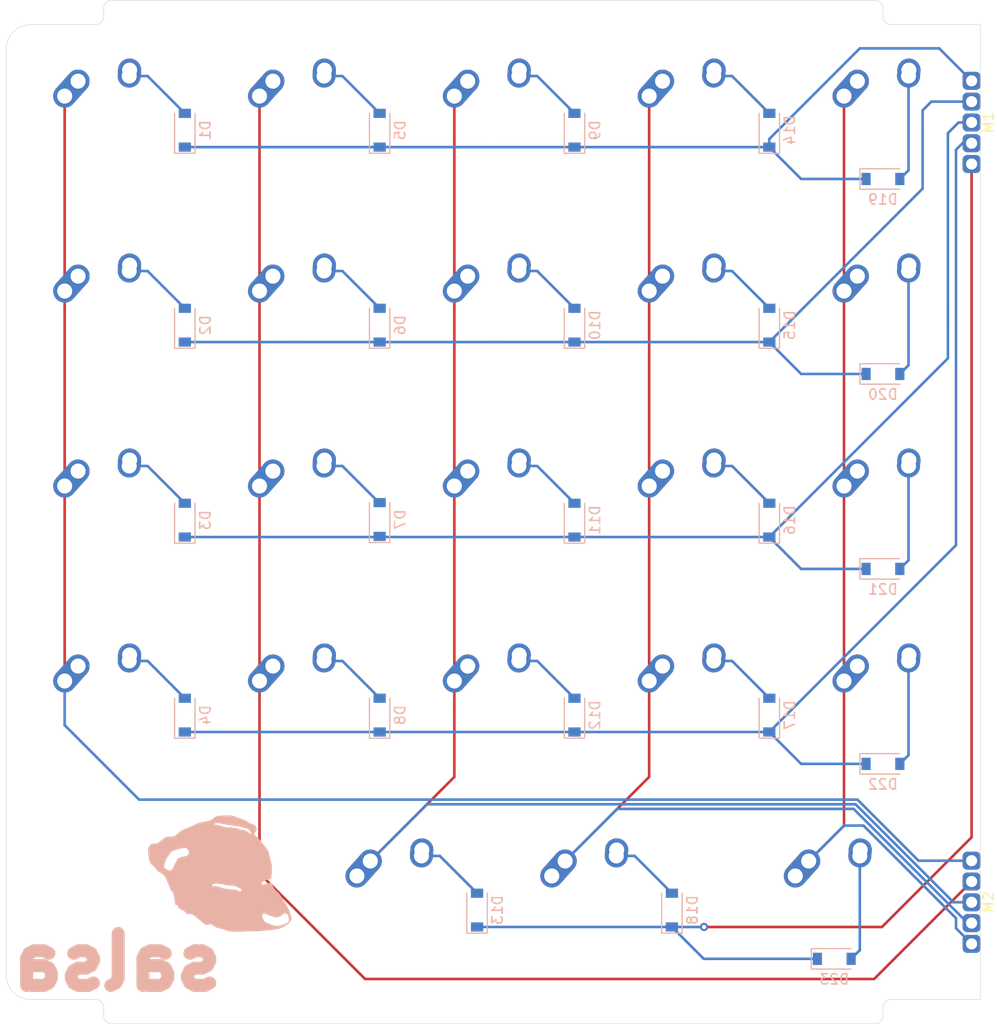
<source format=kicad_pcb>
(kicad_pcb (version 20171130) (host pcbnew "(5.1.12)-1")

  (general
    (thickness 1.6)
    (drawings 23)
    (tracks 117)
    (zones 0)
    (modules 49)
    (nets 34)
  )

  (page A4)
  (layers
    (0 F.Cu signal)
    (31 B.Cu signal)
    (32 B.Adhes user)
    (33 F.Adhes user)
    (34 B.Paste user)
    (35 F.Paste user)
    (36 B.SilkS user)
    (37 F.SilkS user)
    (38 B.Mask user)
    (39 F.Mask user)
    (40 Dwgs.User user)
    (41 Cmts.User user)
    (42 Eco1.User user)
    (43 Eco2.User user)
    (44 Edge.Cuts user)
    (45 Margin user)
    (46 B.CrtYd user)
    (47 F.CrtYd user)
    (48 B.Fab user)
    (49 F.Fab user)
  )

  (setup
    (last_trace_width 0.254)
    (trace_clearance 0.2)
    (zone_clearance 0.508)
    (zone_45_only no)
    (trace_min 0.2)
    (via_size 0.8)
    (via_drill 0.4)
    (via_min_size 0.4)
    (via_min_drill 0.3)
    (uvia_size 0.3)
    (uvia_drill 0.1)
    (uvias_allowed no)
    (uvia_min_size 0.2)
    (uvia_min_drill 0.1)
    (edge_width 0.05)
    (segment_width 0.2)
    (pcb_text_width 0.3)
    (pcb_text_size 1.5 1.5)
    (mod_edge_width 0.12)
    (mod_text_size 1 1)
    (mod_text_width 0.15)
    (pad_size 1.524 1.524)
    (pad_drill 0.762)
    (pad_to_mask_clearance 0)
    (aux_axis_origin 0 0)
    (visible_elements 7FFFFFFF)
    (pcbplotparams
      (layerselection 0x010f0_ffffffff)
      (usegerberextensions true)
      (usegerberattributes true)
      (usegerberadvancedattributes true)
      (creategerberjobfile false)
      (excludeedgelayer true)
      (linewidth 0.100000)
      (plotframeref false)
      (viasonmask false)
      (mode 1)
      (useauxorigin false)
      (hpglpennumber 1)
      (hpglpenspeed 20)
      (hpglpendiameter 15.000000)
      (psnegative false)
      (psa4output false)
      (plotreference true)
      (plotvalue true)
      (plotinvisibletext false)
      (padsonsilk false)
      (subtractmaskfromsilk true)
      (outputformat 1)
      (mirror false)
      (drillshape 0)
      (scaleselection 1)
      (outputdirectory "Gerbers/"))
  )

  (net 0 "")
  (net 1 "Net-(D1-Pad2)")
  (net 2 ROW0)
  (net 3 "Net-(D2-Pad2)")
  (net 4 ROW1)
  (net 5 "Net-(D3-Pad2)")
  (net 6 ROW2)
  (net 7 "Net-(D4-Pad2)")
  (net 8 ROW3)
  (net 9 "Net-(D5-Pad2)")
  (net 10 "Net-(D6-Pad2)")
  (net 11 "Net-(D7-Pad2)")
  (net 12 "Net-(D8-Pad2)")
  (net 13 "Net-(D9-Pad2)")
  (net 14 "Net-(D10-Pad2)")
  (net 15 "Net-(D11-Pad2)")
  (net 16 "Net-(D12-Pad2)")
  (net 17 "Net-(D13-Pad2)")
  (net 18 ROW4)
  (net 19 "Net-(D14-Pad2)")
  (net 20 "Net-(D15-Pad2)")
  (net 21 "Net-(D16-Pad2)")
  (net 22 "Net-(D17-Pad2)")
  (net 23 "Net-(D18-Pad2)")
  (net 24 "Net-(D19-Pad2)")
  (net 25 "Net-(D20-Pad2)")
  (net 26 "Net-(D21-Pad2)")
  (net 27 "Net-(D22-Pad2)")
  (net 28 "Net-(D23-Pad2)")
  (net 29 COL0)
  (net 30 COL1)
  (net 31 COL2)
  (net 32 COL3)
  (net 33 COL4)

  (net_class Default "This is the default net class."
    (clearance 0.2)
    (trace_width 0.254)
    (via_dia 0.8)
    (via_drill 0.4)
    (uvia_dia 0.3)
    (uvia_drill 0.1)
    (add_net COL0)
    (add_net COL1)
    (add_net COL2)
    (add_net COL3)
    (add_net COL4)
    (add_net "Net-(D1-Pad2)")
    (add_net "Net-(D10-Pad2)")
    (add_net "Net-(D11-Pad2)")
    (add_net "Net-(D12-Pad2)")
    (add_net "Net-(D13-Pad2)")
    (add_net "Net-(D14-Pad2)")
    (add_net "Net-(D15-Pad2)")
    (add_net "Net-(D16-Pad2)")
    (add_net "Net-(D17-Pad2)")
    (add_net "Net-(D18-Pad2)")
    (add_net "Net-(D19-Pad2)")
    (add_net "Net-(D2-Pad2)")
    (add_net "Net-(D20-Pad2)")
    (add_net "Net-(D21-Pad2)")
    (add_net "Net-(D22-Pad2)")
    (add_net "Net-(D23-Pad2)")
    (add_net "Net-(D3-Pad2)")
    (add_net "Net-(D4-Pad2)")
    (add_net "Net-(D5-Pad2)")
    (add_net "Net-(D6-Pad2)")
    (add_net "Net-(D7-Pad2)")
    (add_net "Net-(D8-Pad2)")
    (add_net "Net-(D9-Pad2)")
    (add_net ROW0)
    (add_net ROW1)
    (add_net ROW2)
    (add_net ROW3)
    (add_net ROW4)
  )

  (net_class Power ""
    (clearance 0.2)
    (trace_width 0.381)
    (via_dia 0.8)
    (via_drill 0.4)
    (uvia_dia 0.3)
    (uvia_drill 0.1)
  )

  (module Diode_SMD:D_SOD-123 (layer B.Cu) (tedit 58645DC7) (tstamp 61D51EB0)
    (at 102.39375 112.7125)
    (descr SOD-123)
    (tags SOD-123)
    (path /61D64960)
    (attr smd)
    (fp_text reference D23 (at 0 2) (layer B.SilkS)
      (effects (font (size 1 1) (thickness 0.15)) (justify mirror))
    )
    (fp_text value D_Small (at 0 -2.1) (layer B.Fab)
      (effects (font (size 1 1) (thickness 0.15)) (justify mirror))
    )
    (fp_line (start -2.25 1) (end 1.65 1) (layer B.SilkS) (width 0.12))
    (fp_line (start -2.25 -1) (end 1.65 -1) (layer B.SilkS) (width 0.12))
    (fp_line (start -2.35 1.15) (end -2.35 -1.15) (layer B.CrtYd) (width 0.05))
    (fp_line (start 2.35 -1.15) (end -2.35 -1.15) (layer B.CrtYd) (width 0.05))
    (fp_line (start 2.35 1.15) (end 2.35 -1.15) (layer B.CrtYd) (width 0.05))
    (fp_line (start -2.35 1.15) (end 2.35 1.15) (layer B.CrtYd) (width 0.05))
    (fp_line (start -1.4 0.9) (end 1.4 0.9) (layer B.Fab) (width 0.1))
    (fp_line (start 1.4 0.9) (end 1.4 -0.9) (layer B.Fab) (width 0.1))
    (fp_line (start 1.4 -0.9) (end -1.4 -0.9) (layer B.Fab) (width 0.1))
    (fp_line (start -1.4 -0.9) (end -1.4 0.9) (layer B.Fab) (width 0.1))
    (fp_line (start -0.75 0) (end -0.35 0) (layer B.Fab) (width 0.1))
    (fp_line (start -0.35 0) (end -0.35 0.55) (layer B.Fab) (width 0.1))
    (fp_line (start -0.35 0) (end -0.35 -0.55) (layer B.Fab) (width 0.1))
    (fp_line (start -0.35 0) (end 0.25 0.4) (layer B.Fab) (width 0.1))
    (fp_line (start 0.25 0.4) (end 0.25 -0.4) (layer B.Fab) (width 0.1))
    (fp_line (start 0.25 -0.4) (end -0.35 0) (layer B.Fab) (width 0.1))
    (fp_line (start 0.25 0) (end 0.75 0) (layer B.Fab) (width 0.1))
    (fp_line (start -2.25 1) (end -2.25 -1) (layer B.SilkS) (width 0.12))
    (fp_text user %R (at 0 2) (layer B.Fab)
      (effects (font (size 1 1) (thickness 0.15)) (justify mirror))
    )
    (pad 2 smd rect (at 1.65 0) (size 0.9 1.2) (layers B.Cu B.Paste B.Mask)
      (net 28 "Net-(D23-Pad2)"))
    (pad 1 smd rect (at -1.65 0) (size 0.9 1.2) (layers B.Cu B.Paste B.Mask)
      (net 18 ROW4))
    (model ${KISYS3DMOD}/Diode_SMD.3dshapes/D_SOD-123.wrl
      (at (xyz 0 0 0))
      (scale (xyz 1 1 1))
      (rotate (xyz 0 0 0))
    )
  )

  (module Diode_SMD:D_SOD-123 (layer B.Cu) (tedit 58645DC7) (tstamp 61D51E97)
    (at 107.15625 93.6625)
    (descr SOD-123)
    (tags SOD-123)
    (path /61D643F0)
    (attr smd)
    (fp_text reference D22 (at 0 2) (layer B.SilkS)
      (effects (font (size 1 1) (thickness 0.15)) (justify mirror))
    )
    (fp_text value D_Small (at 0 -2.1) (layer B.Fab)
      (effects (font (size 1 1) (thickness 0.15)) (justify mirror))
    )
    (fp_line (start -2.25 1) (end 1.65 1) (layer B.SilkS) (width 0.12))
    (fp_line (start -2.25 -1) (end 1.65 -1) (layer B.SilkS) (width 0.12))
    (fp_line (start -2.35 1.15) (end -2.35 -1.15) (layer B.CrtYd) (width 0.05))
    (fp_line (start 2.35 -1.15) (end -2.35 -1.15) (layer B.CrtYd) (width 0.05))
    (fp_line (start 2.35 1.15) (end 2.35 -1.15) (layer B.CrtYd) (width 0.05))
    (fp_line (start -2.35 1.15) (end 2.35 1.15) (layer B.CrtYd) (width 0.05))
    (fp_line (start -1.4 0.9) (end 1.4 0.9) (layer B.Fab) (width 0.1))
    (fp_line (start 1.4 0.9) (end 1.4 -0.9) (layer B.Fab) (width 0.1))
    (fp_line (start 1.4 -0.9) (end -1.4 -0.9) (layer B.Fab) (width 0.1))
    (fp_line (start -1.4 -0.9) (end -1.4 0.9) (layer B.Fab) (width 0.1))
    (fp_line (start -0.75 0) (end -0.35 0) (layer B.Fab) (width 0.1))
    (fp_line (start -0.35 0) (end -0.35 0.55) (layer B.Fab) (width 0.1))
    (fp_line (start -0.35 0) (end -0.35 -0.55) (layer B.Fab) (width 0.1))
    (fp_line (start -0.35 0) (end 0.25 0.4) (layer B.Fab) (width 0.1))
    (fp_line (start 0.25 0.4) (end 0.25 -0.4) (layer B.Fab) (width 0.1))
    (fp_line (start 0.25 -0.4) (end -0.35 0) (layer B.Fab) (width 0.1))
    (fp_line (start 0.25 0) (end 0.75 0) (layer B.Fab) (width 0.1))
    (fp_line (start -2.25 1) (end -2.25 -1) (layer B.SilkS) (width 0.12))
    (fp_text user %R (at 0 2) (layer B.Fab)
      (effects (font (size 1 1) (thickness 0.15)) (justify mirror))
    )
    (pad 2 smd rect (at 1.65 0) (size 0.9 1.2) (layers B.Cu B.Paste B.Mask)
      (net 27 "Net-(D22-Pad2)"))
    (pad 1 smd rect (at -1.65 0) (size 0.9 1.2) (layers B.Cu B.Paste B.Mask)
      (net 8 ROW3))
    (model ${KISYS3DMOD}/Diode_SMD.3dshapes/D_SOD-123.wrl
      (at (xyz 0 0 0))
      (scale (xyz 1 1 1))
      (rotate (xyz 0 0 0))
    )
  )

  (module Diode_SMD:D_SOD-123 (layer B.Cu) (tedit 58645DC7) (tstamp 61D51E7E)
    (at 107.15625 74.6125)
    (descr SOD-123)
    (tags SOD-123)
    (path /61D6118D)
    (attr smd)
    (fp_text reference D21 (at 0 2) (layer B.SilkS)
      (effects (font (size 1 1) (thickness 0.15)) (justify mirror))
    )
    (fp_text value D_Small (at 0 -2.1) (layer B.Fab)
      (effects (font (size 1 1) (thickness 0.15)) (justify mirror))
    )
    (fp_line (start -2.25 1) (end 1.65 1) (layer B.SilkS) (width 0.12))
    (fp_line (start -2.25 -1) (end 1.65 -1) (layer B.SilkS) (width 0.12))
    (fp_line (start -2.35 1.15) (end -2.35 -1.15) (layer B.CrtYd) (width 0.05))
    (fp_line (start 2.35 -1.15) (end -2.35 -1.15) (layer B.CrtYd) (width 0.05))
    (fp_line (start 2.35 1.15) (end 2.35 -1.15) (layer B.CrtYd) (width 0.05))
    (fp_line (start -2.35 1.15) (end 2.35 1.15) (layer B.CrtYd) (width 0.05))
    (fp_line (start -1.4 0.9) (end 1.4 0.9) (layer B.Fab) (width 0.1))
    (fp_line (start 1.4 0.9) (end 1.4 -0.9) (layer B.Fab) (width 0.1))
    (fp_line (start 1.4 -0.9) (end -1.4 -0.9) (layer B.Fab) (width 0.1))
    (fp_line (start -1.4 -0.9) (end -1.4 0.9) (layer B.Fab) (width 0.1))
    (fp_line (start -0.75 0) (end -0.35 0) (layer B.Fab) (width 0.1))
    (fp_line (start -0.35 0) (end -0.35 0.55) (layer B.Fab) (width 0.1))
    (fp_line (start -0.35 0) (end -0.35 -0.55) (layer B.Fab) (width 0.1))
    (fp_line (start -0.35 0) (end 0.25 0.4) (layer B.Fab) (width 0.1))
    (fp_line (start 0.25 0.4) (end 0.25 -0.4) (layer B.Fab) (width 0.1))
    (fp_line (start 0.25 -0.4) (end -0.35 0) (layer B.Fab) (width 0.1))
    (fp_line (start 0.25 0) (end 0.75 0) (layer B.Fab) (width 0.1))
    (fp_line (start -2.25 1) (end -2.25 -1) (layer B.SilkS) (width 0.12))
    (fp_text user %R (at 0 2) (layer B.Fab)
      (effects (font (size 1 1) (thickness 0.15)) (justify mirror))
    )
    (pad 2 smd rect (at 1.65 0) (size 0.9 1.2) (layers B.Cu B.Paste B.Mask)
      (net 26 "Net-(D21-Pad2)"))
    (pad 1 smd rect (at -1.65 0) (size 0.9 1.2) (layers B.Cu B.Paste B.Mask)
      (net 6 ROW2))
    (model ${KISYS3DMOD}/Diode_SMD.3dshapes/D_SOD-123.wrl
      (at (xyz 0 0 0))
      (scale (xyz 1 1 1))
      (rotate (xyz 0 0 0))
    )
  )

  (module Diode_SMD:D_SOD-123 (layer B.Cu) (tedit 58645DC7) (tstamp 61D51E65)
    (at 107.15625 55.5625)
    (descr SOD-123)
    (tags SOD-123)
    (path /61D5DFFA)
    (attr smd)
    (fp_text reference D20 (at 0 2) (layer B.SilkS)
      (effects (font (size 1 1) (thickness 0.15)) (justify mirror))
    )
    (fp_text value D_Small (at 0 -2.1) (layer B.Fab)
      (effects (font (size 1 1) (thickness 0.15)) (justify mirror))
    )
    (fp_line (start -2.25 1) (end 1.65 1) (layer B.SilkS) (width 0.12))
    (fp_line (start -2.25 -1) (end 1.65 -1) (layer B.SilkS) (width 0.12))
    (fp_line (start -2.35 1.15) (end -2.35 -1.15) (layer B.CrtYd) (width 0.05))
    (fp_line (start 2.35 -1.15) (end -2.35 -1.15) (layer B.CrtYd) (width 0.05))
    (fp_line (start 2.35 1.15) (end 2.35 -1.15) (layer B.CrtYd) (width 0.05))
    (fp_line (start -2.35 1.15) (end 2.35 1.15) (layer B.CrtYd) (width 0.05))
    (fp_line (start -1.4 0.9) (end 1.4 0.9) (layer B.Fab) (width 0.1))
    (fp_line (start 1.4 0.9) (end 1.4 -0.9) (layer B.Fab) (width 0.1))
    (fp_line (start 1.4 -0.9) (end -1.4 -0.9) (layer B.Fab) (width 0.1))
    (fp_line (start -1.4 -0.9) (end -1.4 0.9) (layer B.Fab) (width 0.1))
    (fp_line (start -0.75 0) (end -0.35 0) (layer B.Fab) (width 0.1))
    (fp_line (start -0.35 0) (end -0.35 0.55) (layer B.Fab) (width 0.1))
    (fp_line (start -0.35 0) (end -0.35 -0.55) (layer B.Fab) (width 0.1))
    (fp_line (start -0.35 0) (end 0.25 0.4) (layer B.Fab) (width 0.1))
    (fp_line (start 0.25 0.4) (end 0.25 -0.4) (layer B.Fab) (width 0.1))
    (fp_line (start 0.25 -0.4) (end -0.35 0) (layer B.Fab) (width 0.1))
    (fp_line (start 0.25 0) (end 0.75 0) (layer B.Fab) (width 0.1))
    (fp_line (start -2.25 1) (end -2.25 -1) (layer B.SilkS) (width 0.12))
    (fp_text user %R (at 0 2) (layer B.Fab)
      (effects (font (size 1 1) (thickness 0.15)) (justify mirror))
    )
    (pad 2 smd rect (at 1.65 0) (size 0.9 1.2) (layers B.Cu B.Paste B.Mask)
      (net 25 "Net-(D20-Pad2)"))
    (pad 1 smd rect (at -1.65 0) (size 0.9 1.2) (layers B.Cu B.Paste B.Mask)
      (net 4 ROW1))
    (model ${KISYS3DMOD}/Diode_SMD.3dshapes/D_SOD-123.wrl
      (at (xyz 0 0 0))
      (scale (xyz 1 1 1))
      (rotate (xyz 0 0 0))
    )
  )

  (module Diode_SMD:D_SOD-123 (layer B.Cu) (tedit 58645DC7) (tstamp 61D51E4C)
    (at 107.15625 36.5125)
    (descr SOD-123)
    (tags SOD-123)
    (path /61D5D9F4)
    (attr smd)
    (fp_text reference D19 (at 0 2) (layer B.SilkS)
      (effects (font (size 1 1) (thickness 0.15)) (justify mirror))
    )
    (fp_text value D_Small (at 0 -2.1) (layer B.Fab)
      (effects (font (size 1 1) (thickness 0.15)) (justify mirror))
    )
    (fp_line (start -2.25 1) (end 1.65 1) (layer B.SilkS) (width 0.12))
    (fp_line (start -2.25 -1) (end 1.65 -1) (layer B.SilkS) (width 0.12))
    (fp_line (start -2.35 1.15) (end -2.35 -1.15) (layer B.CrtYd) (width 0.05))
    (fp_line (start 2.35 -1.15) (end -2.35 -1.15) (layer B.CrtYd) (width 0.05))
    (fp_line (start 2.35 1.15) (end 2.35 -1.15) (layer B.CrtYd) (width 0.05))
    (fp_line (start -2.35 1.15) (end 2.35 1.15) (layer B.CrtYd) (width 0.05))
    (fp_line (start -1.4 0.9) (end 1.4 0.9) (layer B.Fab) (width 0.1))
    (fp_line (start 1.4 0.9) (end 1.4 -0.9) (layer B.Fab) (width 0.1))
    (fp_line (start 1.4 -0.9) (end -1.4 -0.9) (layer B.Fab) (width 0.1))
    (fp_line (start -1.4 -0.9) (end -1.4 0.9) (layer B.Fab) (width 0.1))
    (fp_line (start -0.75 0) (end -0.35 0) (layer B.Fab) (width 0.1))
    (fp_line (start -0.35 0) (end -0.35 0.55) (layer B.Fab) (width 0.1))
    (fp_line (start -0.35 0) (end -0.35 -0.55) (layer B.Fab) (width 0.1))
    (fp_line (start -0.35 0) (end 0.25 0.4) (layer B.Fab) (width 0.1))
    (fp_line (start 0.25 0.4) (end 0.25 -0.4) (layer B.Fab) (width 0.1))
    (fp_line (start 0.25 -0.4) (end -0.35 0) (layer B.Fab) (width 0.1))
    (fp_line (start 0.25 0) (end 0.75 0) (layer B.Fab) (width 0.1))
    (fp_line (start -2.25 1) (end -2.25 -1) (layer B.SilkS) (width 0.12))
    (fp_text user %R (at 0 2) (layer B.Fab)
      (effects (font (size 1 1) (thickness 0.15)) (justify mirror))
    )
    (pad 2 smd rect (at 1.65 0) (size 0.9 1.2) (layers B.Cu B.Paste B.Mask)
      (net 24 "Net-(D19-Pad2)"))
    (pad 1 smd rect (at -1.65 0) (size 0.9 1.2) (layers B.Cu B.Paste B.Mask)
      (net 2 ROW0))
    (model ${KISYS3DMOD}/Diode_SMD.3dshapes/D_SOD-123.wrl
      (at (xyz 0 0 0))
      (scale (xyz 1 1 1))
      (rotate (xyz 0 0 0))
    )
  )

  (module Diode_SMD:D_SOD-123 (layer B.Cu) (tedit 58645DC7) (tstamp 61D51E33)
    (at 86.51875 107.95 90)
    (descr SOD-123)
    (tags SOD-123)
    (path /61D6505B)
    (attr smd)
    (fp_text reference D18 (at 0 2 90) (layer B.SilkS)
      (effects (font (size 1 1) (thickness 0.15)) (justify mirror))
    )
    (fp_text value D_Small (at 0 -2.1 90) (layer B.Fab)
      (effects (font (size 1 1) (thickness 0.15)) (justify mirror))
    )
    (fp_line (start -2.25 1) (end 1.65 1) (layer B.SilkS) (width 0.12))
    (fp_line (start -2.25 -1) (end 1.65 -1) (layer B.SilkS) (width 0.12))
    (fp_line (start -2.35 1.15) (end -2.35 -1.15) (layer B.CrtYd) (width 0.05))
    (fp_line (start 2.35 -1.15) (end -2.35 -1.15) (layer B.CrtYd) (width 0.05))
    (fp_line (start 2.35 1.15) (end 2.35 -1.15) (layer B.CrtYd) (width 0.05))
    (fp_line (start -2.35 1.15) (end 2.35 1.15) (layer B.CrtYd) (width 0.05))
    (fp_line (start -1.4 0.9) (end 1.4 0.9) (layer B.Fab) (width 0.1))
    (fp_line (start 1.4 0.9) (end 1.4 -0.9) (layer B.Fab) (width 0.1))
    (fp_line (start 1.4 -0.9) (end -1.4 -0.9) (layer B.Fab) (width 0.1))
    (fp_line (start -1.4 -0.9) (end -1.4 0.9) (layer B.Fab) (width 0.1))
    (fp_line (start -0.75 0) (end -0.35 0) (layer B.Fab) (width 0.1))
    (fp_line (start -0.35 0) (end -0.35 0.55) (layer B.Fab) (width 0.1))
    (fp_line (start -0.35 0) (end -0.35 -0.55) (layer B.Fab) (width 0.1))
    (fp_line (start -0.35 0) (end 0.25 0.4) (layer B.Fab) (width 0.1))
    (fp_line (start 0.25 0.4) (end 0.25 -0.4) (layer B.Fab) (width 0.1))
    (fp_line (start 0.25 -0.4) (end -0.35 0) (layer B.Fab) (width 0.1))
    (fp_line (start 0.25 0) (end 0.75 0) (layer B.Fab) (width 0.1))
    (fp_line (start -2.25 1) (end -2.25 -1) (layer B.SilkS) (width 0.12))
    (fp_text user %R (at 0 2 90) (layer B.Fab)
      (effects (font (size 1 1) (thickness 0.15)) (justify mirror))
    )
    (pad 2 smd rect (at 1.65 0 90) (size 0.9 1.2) (layers B.Cu B.Paste B.Mask)
      (net 23 "Net-(D18-Pad2)"))
    (pad 1 smd rect (at -1.65 0 90) (size 0.9 1.2) (layers B.Cu B.Paste B.Mask)
      (net 18 ROW4))
    (model ${KISYS3DMOD}/Diode_SMD.3dshapes/D_SOD-123.wrl
      (at (xyz 0 0 0))
      (scale (xyz 1 1 1))
      (rotate (xyz 0 0 0))
    )
  )

  (module Diode_SMD:D_SOD-123 (layer B.Cu) (tedit 58645DC7) (tstamp 61D51E1A)
    (at 96.04375 88.9 90)
    (descr SOD-123)
    (tags SOD-123)
    (path /61D63C9A)
    (attr smd)
    (fp_text reference D17 (at 0 2 90) (layer B.SilkS)
      (effects (font (size 1 1) (thickness 0.15)) (justify mirror))
    )
    (fp_text value D_Small (at 0 -2.1 90) (layer B.Fab)
      (effects (font (size 1 1) (thickness 0.15)) (justify mirror))
    )
    (fp_line (start -2.25 1) (end 1.65 1) (layer B.SilkS) (width 0.12))
    (fp_line (start -2.25 -1) (end 1.65 -1) (layer B.SilkS) (width 0.12))
    (fp_line (start -2.35 1.15) (end -2.35 -1.15) (layer B.CrtYd) (width 0.05))
    (fp_line (start 2.35 -1.15) (end -2.35 -1.15) (layer B.CrtYd) (width 0.05))
    (fp_line (start 2.35 1.15) (end 2.35 -1.15) (layer B.CrtYd) (width 0.05))
    (fp_line (start -2.35 1.15) (end 2.35 1.15) (layer B.CrtYd) (width 0.05))
    (fp_line (start -1.4 0.9) (end 1.4 0.9) (layer B.Fab) (width 0.1))
    (fp_line (start 1.4 0.9) (end 1.4 -0.9) (layer B.Fab) (width 0.1))
    (fp_line (start 1.4 -0.9) (end -1.4 -0.9) (layer B.Fab) (width 0.1))
    (fp_line (start -1.4 -0.9) (end -1.4 0.9) (layer B.Fab) (width 0.1))
    (fp_line (start -0.75 0) (end -0.35 0) (layer B.Fab) (width 0.1))
    (fp_line (start -0.35 0) (end -0.35 0.55) (layer B.Fab) (width 0.1))
    (fp_line (start -0.35 0) (end -0.35 -0.55) (layer B.Fab) (width 0.1))
    (fp_line (start -0.35 0) (end 0.25 0.4) (layer B.Fab) (width 0.1))
    (fp_line (start 0.25 0.4) (end 0.25 -0.4) (layer B.Fab) (width 0.1))
    (fp_line (start 0.25 -0.4) (end -0.35 0) (layer B.Fab) (width 0.1))
    (fp_line (start 0.25 0) (end 0.75 0) (layer B.Fab) (width 0.1))
    (fp_line (start -2.25 1) (end -2.25 -1) (layer B.SilkS) (width 0.12))
    (fp_text user %R (at 0 2 90) (layer B.Fab)
      (effects (font (size 1 1) (thickness 0.15)) (justify mirror))
    )
    (pad 2 smd rect (at 1.65 0 90) (size 0.9 1.2) (layers B.Cu B.Paste B.Mask)
      (net 22 "Net-(D17-Pad2)"))
    (pad 1 smd rect (at -1.65 0 90) (size 0.9 1.2) (layers B.Cu B.Paste B.Mask)
      (net 8 ROW3))
    (model ${KISYS3DMOD}/Diode_SMD.3dshapes/D_SOD-123.wrl
      (at (xyz 0 0 0))
      (scale (xyz 1 1 1))
      (rotate (xyz 0 0 0))
    )
  )

  (module Diode_SMD:D_SOD-123 (layer B.Cu) (tedit 58645DC7) (tstamp 61D51E01)
    (at 96.04375 69.85 90)
    (descr SOD-123)
    (tags SOD-123)
    (path /61D607E8)
    (attr smd)
    (fp_text reference D16 (at 0 2 90) (layer B.SilkS)
      (effects (font (size 1 1) (thickness 0.15)) (justify mirror))
    )
    (fp_text value D_Small (at 0 -2.1 90) (layer B.Fab)
      (effects (font (size 1 1) (thickness 0.15)) (justify mirror))
    )
    (fp_line (start -2.25 1) (end 1.65 1) (layer B.SilkS) (width 0.12))
    (fp_line (start -2.25 -1) (end 1.65 -1) (layer B.SilkS) (width 0.12))
    (fp_line (start -2.35 1.15) (end -2.35 -1.15) (layer B.CrtYd) (width 0.05))
    (fp_line (start 2.35 -1.15) (end -2.35 -1.15) (layer B.CrtYd) (width 0.05))
    (fp_line (start 2.35 1.15) (end 2.35 -1.15) (layer B.CrtYd) (width 0.05))
    (fp_line (start -2.35 1.15) (end 2.35 1.15) (layer B.CrtYd) (width 0.05))
    (fp_line (start -1.4 0.9) (end 1.4 0.9) (layer B.Fab) (width 0.1))
    (fp_line (start 1.4 0.9) (end 1.4 -0.9) (layer B.Fab) (width 0.1))
    (fp_line (start 1.4 -0.9) (end -1.4 -0.9) (layer B.Fab) (width 0.1))
    (fp_line (start -1.4 -0.9) (end -1.4 0.9) (layer B.Fab) (width 0.1))
    (fp_line (start -0.75 0) (end -0.35 0) (layer B.Fab) (width 0.1))
    (fp_line (start -0.35 0) (end -0.35 0.55) (layer B.Fab) (width 0.1))
    (fp_line (start -0.35 0) (end -0.35 -0.55) (layer B.Fab) (width 0.1))
    (fp_line (start -0.35 0) (end 0.25 0.4) (layer B.Fab) (width 0.1))
    (fp_line (start 0.25 0.4) (end 0.25 -0.4) (layer B.Fab) (width 0.1))
    (fp_line (start 0.25 -0.4) (end -0.35 0) (layer B.Fab) (width 0.1))
    (fp_line (start 0.25 0) (end 0.75 0) (layer B.Fab) (width 0.1))
    (fp_line (start -2.25 1) (end -2.25 -1) (layer B.SilkS) (width 0.12))
    (fp_text user %R (at 0 2 90) (layer B.Fab)
      (effects (font (size 1 1) (thickness 0.15)) (justify mirror))
    )
    (pad 2 smd rect (at 1.65 0 90) (size 0.9 1.2) (layers B.Cu B.Paste B.Mask)
      (net 21 "Net-(D16-Pad2)"))
    (pad 1 smd rect (at -1.65 0 90) (size 0.9 1.2) (layers B.Cu B.Paste B.Mask)
      (net 6 ROW2))
    (model ${KISYS3DMOD}/Diode_SMD.3dshapes/D_SOD-123.wrl
      (at (xyz 0 0 0))
      (scale (xyz 1 1 1))
      (rotate (xyz 0 0 0))
    )
  )

  (module Diode_SMD:D_SOD-123 (layer B.Cu) (tedit 58645DC7) (tstamp 61D51DE8)
    (at 96.04375 50.8 90)
    (descr SOD-123)
    (tags SOD-123)
    (path /61D5E600)
    (attr smd)
    (fp_text reference D15 (at 0 2 90) (layer B.SilkS)
      (effects (font (size 1 1) (thickness 0.15)) (justify mirror))
    )
    (fp_text value D_Small (at 0 -2.1 90) (layer B.Fab)
      (effects (font (size 1 1) (thickness 0.15)) (justify mirror))
    )
    (fp_line (start -2.25 1) (end 1.65 1) (layer B.SilkS) (width 0.12))
    (fp_line (start -2.25 -1) (end 1.65 -1) (layer B.SilkS) (width 0.12))
    (fp_line (start -2.35 1.15) (end -2.35 -1.15) (layer B.CrtYd) (width 0.05))
    (fp_line (start 2.35 -1.15) (end -2.35 -1.15) (layer B.CrtYd) (width 0.05))
    (fp_line (start 2.35 1.15) (end 2.35 -1.15) (layer B.CrtYd) (width 0.05))
    (fp_line (start -2.35 1.15) (end 2.35 1.15) (layer B.CrtYd) (width 0.05))
    (fp_line (start -1.4 0.9) (end 1.4 0.9) (layer B.Fab) (width 0.1))
    (fp_line (start 1.4 0.9) (end 1.4 -0.9) (layer B.Fab) (width 0.1))
    (fp_line (start 1.4 -0.9) (end -1.4 -0.9) (layer B.Fab) (width 0.1))
    (fp_line (start -1.4 -0.9) (end -1.4 0.9) (layer B.Fab) (width 0.1))
    (fp_line (start -0.75 0) (end -0.35 0) (layer B.Fab) (width 0.1))
    (fp_line (start -0.35 0) (end -0.35 0.55) (layer B.Fab) (width 0.1))
    (fp_line (start -0.35 0) (end -0.35 -0.55) (layer B.Fab) (width 0.1))
    (fp_line (start -0.35 0) (end 0.25 0.4) (layer B.Fab) (width 0.1))
    (fp_line (start 0.25 0.4) (end 0.25 -0.4) (layer B.Fab) (width 0.1))
    (fp_line (start 0.25 -0.4) (end -0.35 0) (layer B.Fab) (width 0.1))
    (fp_line (start 0.25 0) (end 0.75 0) (layer B.Fab) (width 0.1))
    (fp_line (start -2.25 1) (end -2.25 -1) (layer B.SilkS) (width 0.12))
    (fp_text user %R (at 0 2 90) (layer B.Fab)
      (effects (font (size 1 1) (thickness 0.15)) (justify mirror))
    )
    (pad 2 smd rect (at 1.65 0 90) (size 0.9 1.2) (layers B.Cu B.Paste B.Mask)
      (net 20 "Net-(D15-Pad2)"))
    (pad 1 smd rect (at -1.65 0 90) (size 0.9 1.2) (layers B.Cu B.Paste B.Mask)
      (net 4 ROW1))
    (model ${KISYS3DMOD}/Diode_SMD.3dshapes/D_SOD-123.wrl
      (at (xyz 0 0 0))
      (scale (xyz 1 1 1))
      (rotate (xyz 0 0 0))
    )
  )

  (module Diode_SMD:D_SOD-123 (layer B.Cu) (tedit 58645DC7) (tstamp 61D51DCF)
    (at 96.04375 31.75 90)
    (descr SOD-123)
    (tags SOD-123)
    (path /61D5C7D2)
    (attr smd)
    (fp_text reference D14 (at 0 2 90) (layer B.SilkS)
      (effects (font (size 1 1) (thickness 0.15)) (justify mirror))
    )
    (fp_text value D_Small (at 0 -2.1 90) (layer B.Fab)
      (effects (font (size 1 1) (thickness 0.15)) (justify mirror))
    )
    (fp_line (start -2.25 1) (end 1.65 1) (layer B.SilkS) (width 0.12))
    (fp_line (start -2.25 -1) (end 1.65 -1) (layer B.SilkS) (width 0.12))
    (fp_line (start -2.35 1.15) (end -2.35 -1.15) (layer B.CrtYd) (width 0.05))
    (fp_line (start 2.35 -1.15) (end -2.35 -1.15) (layer B.CrtYd) (width 0.05))
    (fp_line (start 2.35 1.15) (end 2.35 -1.15) (layer B.CrtYd) (width 0.05))
    (fp_line (start -2.35 1.15) (end 2.35 1.15) (layer B.CrtYd) (width 0.05))
    (fp_line (start -1.4 0.9) (end 1.4 0.9) (layer B.Fab) (width 0.1))
    (fp_line (start 1.4 0.9) (end 1.4 -0.9) (layer B.Fab) (width 0.1))
    (fp_line (start 1.4 -0.9) (end -1.4 -0.9) (layer B.Fab) (width 0.1))
    (fp_line (start -1.4 -0.9) (end -1.4 0.9) (layer B.Fab) (width 0.1))
    (fp_line (start -0.75 0) (end -0.35 0) (layer B.Fab) (width 0.1))
    (fp_line (start -0.35 0) (end -0.35 0.55) (layer B.Fab) (width 0.1))
    (fp_line (start -0.35 0) (end -0.35 -0.55) (layer B.Fab) (width 0.1))
    (fp_line (start -0.35 0) (end 0.25 0.4) (layer B.Fab) (width 0.1))
    (fp_line (start 0.25 0.4) (end 0.25 -0.4) (layer B.Fab) (width 0.1))
    (fp_line (start 0.25 -0.4) (end -0.35 0) (layer B.Fab) (width 0.1))
    (fp_line (start 0.25 0) (end 0.75 0) (layer B.Fab) (width 0.1))
    (fp_line (start -2.25 1) (end -2.25 -1) (layer B.SilkS) (width 0.12))
    (fp_text user %R (at 0 2 90) (layer B.Fab)
      (effects (font (size 1 1) (thickness 0.15)) (justify mirror))
    )
    (pad 2 smd rect (at 1.65 0 90) (size 0.9 1.2) (layers B.Cu B.Paste B.Mask)
      (net 19 "Net-(D14-Pad2)"))
    (pad 1 smd rect (at -1.65 0 90) (size 0.9 1.2) (layers B.Cu B.Paste B.Mask)
      (net 2 ROW0))
    (model ${KISYS3DMOD}/Diode_SMD.3dshapes/D_SOD-123.wrl
      (at (xyz 0 0 0))
      (scale (xyz 1 1 1))
      (rotate (xyz 0 0 0))
    )
  )

  (module Diode_SMD:D_SOD-123 (layer B.Cu) (tedit 58645DC7) (tstamp 61D51DB6)
    (at 67.46875 107.95 90)
    (descr SOD-123)
    (tags SOD-123)
    (path /61D653E2)
    (attr smd)
    (fp_text reference D13 (at 0 2 90) (layer B.SilkS)
      (effects (font (size 1 1) (thickness 0.15)) (justify mirror))
    )
    (fp_text value D_Small (at 0 -2.1 90) (layer B.Fab)
      (effects (font (size 1 1) (thickness 0.15)) (justify mirror))
    )
    (fp_line (start -2.25 1) (end 1.65 1) (layer B.SilkS) (width 0.12))
    (fp_line (start -2.25 -1) (end 1.65 -1) (layer B.SilkS) (width 0.12))
    (fp_line (start -2.35 1.15) (end -2.35 -1.15) (layer B.CrtYd) (width 0.05))
    (fp_line (start 2.35 -1.15) (end -2.35 -1.15) (layer B.CrtYd) (width 0.05))
    (fp_line (start 2.35 1.15) (end 2.35 -1.15) (layer B.CrtYd) (width 0.05))
    (fp_line (start -2.35 1.15) (end 2.35 1.15) (layer B.CrtYd) (width 0.05))
    (fp_line (start -1.4 0.9) (end 1.4 0.9) (layer B.Fab) (width 0.1))
    (fp_line (start 1.4 0.9) (end 1.4 -0.9) (layer B.Fab) (width 0.1))
    (fp_line (start 1.4 -0.9) (end -1.4 -0.9) (layer B.Fab) (width 0.1))
    (fp_line (start -1.4 -0.9) (end -1.4 0.9) (layer B.Fab) (width 0.1))
    (fp_line (start -0.75 0) (end -0.35 0) (layer B.Fab) (width 0.1))
    (fp_line (start -0.35 0) (end -0.35 0.55) (layer B.Fab) (width 0.1))
    (fp_line (start -0.35 0) (end -0.35 -0.55) (layer B.Fab) (width 0.1))
    (fp_line (start -0.35 0) (end 0.25 0.4) (layer B.Fab) (width 0.1))
    (fp_line (start 0.25 0.4) (end 0.25 -0.4) (layer B.Fab) (width 0.1))
    (fp_line (start 0.25 -0.4) (end -0.35 0) (layer B.Fab) (width 0.1))
    (fp_line (start 0.25 0) (end 0.75 0) (layer B.Fab) (width 0.1))
    (fp_line (start -2.25 1) (end -2.25 -1) (layer B.SilkS) (width 0.12))
    (fp_text user %R (at 0 2 90) (layer B.Fab)
      (effects (font (size 1 1) (thickness 0.15)) (justify mirror))
    )
    (pad 2 smd rect (at 1.65 0 90) (size 0.9 1.2) (layers B.Cu B.Paste B.Mask)
      (net 17 "Net-(D13-Pad2)"))
    (pad 1 smd rect (at -1.65 0 90) (size 0.9 1.2) (layers B.Cu B.Paste B.Mask)
      (net 18 ROW4))
    (model ${KISYS3DMOD}/Diode_SMD.3dshapes/D_SOD-123.wrl
      (at (xyz 0 0 0))
      (scale (xyz 1 1 1))
      (rotate (xyz 0 0 0))
    )
  )

  (module Diode_SMD:D_SOD-123 (layer B.Cu) (tedit 58645DC7) (tstamp 61D51D9D)
    (at 76.99375 88.9 90)
    (descr SOD-123)
    (tags SOD-123)
    (path /61D63624)
    (attr smd)
    (fp_text reference D12 (at 0 2 90) (layer B.SilkS)
      (effects (font (size 1 1) (thickness 0.15)) (justify mirror))
    )
    (fp_text value D_Small (at 0 -2.1 90) (layer B.Fab)
      (effects (font (size 1 1) (thickness 0.15)) (justify mirror))
    )
    (fp_line (start -2.25 1) (end 1.65 1) (layer B.SilkS) (width 0.12))
    (fp_line (start -2.25 -1) (end 1.65 -1) (layer B.SilkS) (width 0.12))
    (fp_line (start -2.35 1.15) (end -2.35 -1.15) (layer B.CrtYd) (width 0.05))
    (fp_line (start 2.35 -1.15) (end -2.35 -1.15) (layer B.CrtYd) (width 0.05))
    (fp_line (start 2.35 1.15) (end 2.35 -1.15) (layer B.CrtYd) (width 0.05))
    (fp_line (start -2.35 1.15) (end 2.35 1.15) (layer B.CrtYd) (width 0.05))
    (fp_line (start -1.4 0.9) (end 1.4 0.9) (layer B.Fab) (width 0.1))
    (fp_line (start 1.4 0.9) (end 1.4 -0.9) (layer B.Fab) (width 0.1))
    (fp_line (start 1.4 -0.9) (end -1.4 -0.9) (layer B.Fab) (width 0.1))
    (fp_line (start -1.4 -0.9) (end -1.4 0.9) (layer B.Fab) (width 0.1))
    (fp_line (start -0.75 0) (end -0.35 0) (layer B.Fab) (width 0.1))
    (fp_line (start -0.35 0) (end -0.35 0.55) (layer B.Fab) (width 0.1))
    (fp_line (start -0.35 0) (end -0.35 -0.55) (layer B.Fab) (width 0.1))
    (fp_line (start -0.35 0) (end 0.25 0.4) (layer B.Fab) (width 0.1))
    (fp_line (start 0.25 0.4) (end 0.25 -0.4) (layer B.Fab) (width 0.1))
    (fp_line (start 0.25 -0.4) (end -0.35 0) (layer B.Fab) (width 0.1))
    (fp_line (start 0.25 0) (end 0.75 0) (layer B.Fab) (width 0.1))
    (fp_line (start -2.25 1) (end -2.25 -1) (layer B.SilkS) (width 0.12))
    (fp_text user %R (at 0 2 90) (layer B.Fab)
      (effects (font (size 1 1) (thickness 0.15)) (justify mirror))
    )
    (pad 2 smd rect (at 1.65 0 90) (size 0.9 1.2) (layers B.Cu B.Paste B.Mask)
      (net 16 "Net-(D12-Pad2)"))
    (pad 1 smd rect (at -1.65 0 90) (size 0.9 1.2) (layers B.Cu B.Paste B.Mask)
      (net 8 ROW3))
    (model ${KISYS3DMOD}/Diode_SMD.3dshapes/D_SOD-123.wrl
      (at (xyz 0 0 0))
      (scale (xyz 1 1 1))
      (rotate (xyz 0 0 0))
    )
  )

  (module Diode_SMD:D_SOD-123 (layer B.Cu) (tedit 58645DC7) (tstamp 61D51D84)
    (at 76.99375 69.85 90)
    (descr SOD-123)
    (tags SOD-123)
    (path /61D6177A)
    (attr smd)
    (fp_text reference D11 (at 0 2 90) (layer B.SilkS)
      (effects (font (size 1 1) (thickness 0.15)) (justify mirror))
    )
    (fp_text value D_Small (at 0 -2.1 90) (layer B.Fab)
      (effects (font (size 1 1) (thickness 0.15)) (justify mirror))
    )
    (fp_line (start -2.25 1) (end -2.25 -1) (layer B.SilkS) (width 0.12))
    (fp_line (start 0.25 0) (end 0.75 0) (layer B.Fab) (width 0.1))
    (fp_line (start 0.25 -0.4) (end -0.35 0) (layer B.Fab) (width 0.1))
    (fp_line (start 0.25 0.4) (end 0.25 -0.4) (layer B.Fab) (width 0.1))
    (fp_line (start -0.35 0) (end 0.25 0.4) (layer B.Fab) (width 0.1))
    (fp_line (start -0.35 0) (end -0.35 -0.55) (layer B.Fab) (width 0.1))
    (fp_line (start -0.35 0) (end -0.35 0.55) (layer B.Fab) (width 0.1))
    (fp_line (start -0.75 0) (end -0.35 0) (layer B.Fab) (width 0.1))
    (fp_line (start -1.4 -0.9) (end -1.4 0.9) (layer B.Fab) (width 0.1))
    (fp_line (start 1.4 -0.9) (end -1.4 -0.9) (layer B.Fab) (width 0.1))
    (fp_line (start 1.4 0.9) (end 1.4 -0.9) (layer B.Fab) (width 0.1))
    (fp_line (start -1.4 0.9) (end 1.4 0.9) (layer B.Fab) (width 0.1))
    (fp_line (start -2.35 1.15) (end 2.35 1.15) (layer B.CrtYd) (width 0.05))
    (fp_line (start 2.35 1.15) (end 2.35 -1.15) (layer B.CrtYd) (width 0.05))
    (fp_line (start 2.35 -1.15) (end -2.35 -1.15) (layer B.CrtYd) (width 0.05))
    (fp_line (start -2.35 1.15) (end -2.35 -1.15) (layer B.CrtYd) (width 0.05))
    (fp_line (start -2.25 -1) (end 1.65 -1) (layer B.SilkS) (width 0.12))
    (fp_line (start -2.25 1) (end 1.65 1) (layer B.SilkS) (width 0.12))
    (fp_text user %R (at 0 2 90) (layer B.Fab)
      (effects (font (size 1 1) (thickness 0.15)) (justify mirror))
    )
    (pad 1 smd rect (at -1.65 0 90) (size 0.9 1.2) (layers B.Cu B.Paste B.Mask)
      (net 6 ROW2))
    (pad 2 smd rect (at 1.65 0 90) (size 0.9 1.2) (layers B.Cu B.Paste B.Mask)
      (net 15 "Net-(D11-Pad2)"))
    (model ${KISYS3DMOD}/Diode_SMD.3dshapes/D_SOD-123.wrl
      (at (xyz 0 0 0))
      (scale (xyz 1 1 1))
      (rotate (xyz 0 0 0))
    )
  )

  (module Diode_SMD:D_SOD-123 (layer B.Cu) (tedit 58645DC7) (tstamp 61D51D6B)
    (at 76.99375 50.8 90)
    (descr SOD-123)
    (tags SOD-123)
    (path /61D5EC24)
    (attr smd)
    (fp_text reference D10 (at 0 2 90) (layer B.SilkS)
      (effects (font (size 1 1) (thickness 0.15)) (justify mirror))
    )
    (fp_text value D_Small (at 0 -2.1 90) (layer B.Fab)
      (effects (font (size 1 1) (thickness 0.15)) (justify mirror))
    )
    (fp_line (start -2.25 1) (end 1.65 1) (layer B.SilkS) (width 0.12))
    (fp_line (start -2.25 -1) (end 1.65 -1) (layer B.SilkS) (width 0.12))
    (fp_line (start -2.35 1.15) (end -2.35 -1.15) (layer B.CrtYd) (width 0.05))
    (fp_line (start 2.35 -1.15) (end -2.35 -1.15) (layer B.CrtYd) (width 0.05))
    (fp_line (start 2.35 1.15) (end 2.35 -1.15) (layer B.CrtYd) (width 0.05))
    (fp_line (start -2.35 1.15) (end 2.35 1.15) (layer B.CrtYd) (width 0.05))
    (fp_line (start -1.4 0.9) (end 1.4 0.9) (layer B.Fab) (width 0.1))
    (fp_line (start 1.4 0.9) (end 1.4 -0.9) (layer B.Fab) (width 0.1))
    (fp_line (start 1.4 -0.9) (end -1.4 -0.9) (layer B.Fab) (width 0.1))
    (fp_line (start -1.4 -0.9) (end -1.4 0.9) (layer B.Fab) (width 0.1))
    (fp_line (start -0.75 0) (end -0.35 0) (layer B.Fab) (width 0.1))
    (fp_line (start -0.35 0) (end -0.35 0.55) (layer B.Fab) (width 0.1))
    (fp_line (start -0.35 0) (end -0.35 -0.55) (layer B.Fab) (width 0.1))
    (fp_line (start -0.35 0) (end 0.25 0.4) (layer B.Fab) (width 0.1))
    (fp_line (start 0.25 0.4) (end 0.25 -0.4) (layer B.Fab) (width 0.1))
    (fp_line (start 0.25 -0.4) (end -0.35 0) (layer B.Fab) (width 0.1))
    (fp_line (start 0.25 0) (end 0.75 0) (layer B.Fab) (width 0.1))
    (fp_line (start -2.25 1) (end -2.25 -1) (layer B.SilkS) (width 0.12))
    (fp_text user %R (at 0 2 90) (layer B.Fab)
      (effects (font (size 1 1) (thickness 0.15)) (justify mirror))
    )
    (pad 2 smd rect (at 1.65 0 90) (size 0.9 1.2) (layers B.Cu B.Paste B.Mask)
      (net 14 "Net-(D10-Pad2)"))
    (pad 1 smd rect (at -1.65 0 90) (size 0.9 1.2) (layers B.Cu B.Paste B.Mask)
      (net 4 ROW1))
    (model ${KISYS3DMOD}/Diode_SMD.3dshapes/D_SOD-123.wrl
      (at (xyz 0 0 0))
      (scale (xyz 1 1 1))
      (rotate (xyz 0 0 0))
    )
  )

  (module Diode_SMD:D_SOD-123 (layer B.Cu) (tedit 58645DC7) (tstamp 61D51D52)
    (at 76.99375 31.75 90)
    (descr SOD-123)
    (tags SOD-123)
    (path /61D5C111)
    (attr smd)
    (fp_text reference D9 (at 0 2 90) (layer B.SilkS)
      (effects (font (size 1 1) (thickness 0.15)) (justify mirror))
    )
    (fp_text value D_Small (at 0 -2.1 90) (layer B.Fab)
      (effects (font (size 1 1) (thickness 0.15)) (justify mirror))
    )
    (fp_line (start -2.25 1) (end 1.65 1) (layer B.SilkS) (width 0.12))
    (fp_line (start -2.25 -1) (end 1.65 -1) (layer B.SilkS) (width 0.12))
    (fp_line (start -2.35 1.15) (end -2.35 -1.15) (layer B.CrtYd) (width 0.05))
    (fp_line (start 2.35 -1.15) (end -2.35 -1.15) (layer B.CrtYd) (width 0.05))
    (fp_line (start 2.35 1.15) (end 2.35 -1.15) (layer B.CrtYd) (width 0.05))
    (fp_line (start -2.35 1.15) (end 2.35 1.15) (layer B.CrtYd) (width 0.05))
    (fp_line (start -1.4 0.9) (end 1.4 0.9) (layer B.Fab) (width 0.1))
    (fp_line (start 1.4 0.9) (end 1.4 -0.9) (layer B.Fab) (width 0.1))
    (fp_line (start 1.4 -0.9) (end -1.4 -0.9) (layer B.Fab) (width 0.1))
    (fp_line (start -1.4 -0.9) (end -1.4 0.9) (layer B.Fab) (width 0.1))
    (fp_line (start -0.75 0) (end -0.35 0) (layer B.Fab) (width 0.1))
    (fp_line (start -0.35 0) (end -0.35 0.55) (layer B.Fab) (width 0.1))
    (fp_line (start -0.35 0) (end -0.35 -0.55) (layer B.Fab) (width 0.1))
    (fp_line (start -0.35 0) (end 0.25 0.4) (layer B.Fab) (width 0.1))
    (fp_line (start 0.25 0.4) (end 0.25 -0.4) (layer B.Fab) (width 0.1))
    (fp_line (start 0.25 -0.4) (end -0.35 0) (layer B.Fab) (width 0.1))
    (fp_line (start 0.25 0) (end 0.75 0) (layer B.Fab) (width 0.1))
    (fp_line (start -2.25 1) (end -2.25 -1) (layer B.SilkS) (width 0.12))
    (fp_text user %R (at 0 2 90) (layer B.Fab)
      (effects (font (size 1 1) (thickness 0.15)) (justify mirror))
    )
    (pad 2 smd rect (at 1.65 0 90) (size 0.9 1.2) (layers B.Cu B.Paste B.Mask)
      (net 13 "Net-(D9-Pad2)"))
    (pad 1 smd rect (at -1.65 0 90) (size 0.9 1.2) (layers B.Cu B.Paste B.Mask)
      (net 2 ROW0))
    (model ${KISYS3DMOD}/Diode_SMD.3dshapes/D_SOD-123.wrl
      (at (xyz 0 0 0))
      (scale (xyz 1 1 1))
      (rotate (xyz 0 0 0))
    )
  )

  (module Diode_SMD:D_SOD-123 (layer B.Cu) (tedit 58645DC7) (tstamp 61D51D39)
    (at 57.94375 88.9 90)
    (descr SOD-123)
    (tags SOD-123)
    (path /61D63085)
    (attr smd)
    (fp_text reference D8 (at 0 2 90) (layer B.SilkS)
      (effects (font (size 1 1) (thickness 0.15)) (justify mirror))
    )
    (fp_text value D_Small (at 0 -2.1 90) (layer B.Fab)
      (effects (font (size 1 1) (thickness 0.15)) (justify mirror))
    )
    (fp_line (start -2.25 1) (end 1.65 1) (layer B.SilkS) (width 0.12))
    (fp_line (start -2.25 -1) (end 1.65 -1) (layer B.SilkS) (width 0.12))
    (fp_line (start -2.35 1.15) (end -2.35 -1.15) (layer B.CrtYd) (width 0.05))
    (fp_line (start 2.35 -1.15) (end -2.35 -1.15) (layer B.CrtYd) (width 0.05))
    (fp_line (start 2.35 1.15) (end 2.35 -1.15) (layer B.CrtYd) (width 0.05))
    (fp_line (start -2.35 1.15) (end 2.35 1.15) (layer B.CrtYd) (width 0.05))
    (fp_line (start -1.4 0.9) (end 1.4 0.9) (layer B.Fab) (width 0.1))
    (fp_line (start 1.4 0.9) (end 1.4 -0.9) (layer B.Fab) (width 0.1))
    (fp_line (start 1.4 -0.9) (end -1.4 -0.9) (layer B.Fab) (width 0.1))
    (fp_line (start -1.4 -0.9) (end -1.4 0.9) (layer B.Fab) (width 0.1))
    (fp_line (start -0.75 0) (end -0.35 0) (layer B.Fab) (width 0.1))
    (fp_line (start -0.35 0) (end -0.35 0.55) (layer B.Fab) (width 0.1))
    (fp_line (start -0.35 0) (end -0.35 -0.55) (layer B.Fab) (width 0.1))
    (fp_line (start -0.35 0) (end 0.25 0.4) (layer B.Fab) (width 0.1))
    (fp_line (start 0.25 0.4) (end 0.25 -0.4) (layer B.Fab) (width 0.1))
    (fp_line (start 0.25 -0.4) (end -0.35 0) (layer B.Fab) (width 0.1))
    (fp_line (start 0.25 0) (end 0.75 0) (layer B.Fab) (width 0.1))
    (fp_line (start -2.25 1) (end -2.25 -1) (layer B.SilkS) (width 0.12))
    (fp_text user %R (at 0 2 90) (layer B.Fab)
      (effects (font (size 1 1) (thickness 0.15)) (justify mirror))
    )
    (pad 2 smd rect (at 1.65 0 90) (size 0.9 1.2) (layers B.Cu B.Paste B.Mask)
      (net 12 "Net-(D8-Pad2)"))
    (pad 1 smd rect (at -1.65 0 90) (size 0.9 1.2) (layers B.Cu B.Paste B.Mask)
      (net 8 ROW3))
    (model ${KISYS3DMOD}/Diode_SMD.3dshapes/D_SOD-123.wrl
      (at (xyz 0 0 0))
      (scale (xyz 1 1 1))
      (rotate (xyz 0 0 0))
    )
  )

  (module Diode_SMD:D_SOD-123 (layer B.Cu) (tedit 58645DC7) (tstamp 61D51D20)
    (at 57.94375 69.7875 90)
    (descr SOD-123)
    (tags SOD-123)
    (path /61D61DD7)
    (attr smd)
    (fp_text reference D7 (at 0 2 90) (layer B.SilkS)
      (effects (font (size 1 1) (thickness 0.15)) (justify mirror))
    )
    (fp_text value D_Small (at 0 -2.1 90) (layer B.Fab)
      (effects (font (size 1 1) (thickness 0.15)) (justify mirror))
    )
    (fp_line (start -2.25 1) (end 1.65 1) (layer B.SilkS) (width 0.12))
    (fp_line (start -2.25 -1) (end 1.65 -1) (layer B.SilkS) (width 0.12))
    (fp_line (start -2.35 1.15) (end -2.35 -1.15) (layer B.CrtYd) (width 0.05))
    (fp_line (start 2.35 -1.15) (end -2.35 -1.15) (layer B.CrtYd) (width 0.05))
    (fp_line (start 2.35 1.15) (end 2.35 -1.15) (layer B.CrtYd) (width 0.05))
    (fp_line (start -2.35 1.15) (end 2.35 1.15) (layer B.CrtYd) (width 0.05))
    (fp_line (start -1.4 0.9) (end 1.4 0.9) (layer B.Fab) (width 0.1))
    (fp_line (start 1.4 0.9) (end 1.4 -0.9) (layer B.Fab) (width 0.1))
    (fp_line (start 1.4 -0.9) (end -1.4 -0.9) (layer B.Fab) (width 0.1))
    (fp_line (start -1.4 -0.9) (end -1.4 0.9) (layer B.Fab) (width 0.1))
    (fp_line (start -0.75 0) (end -0.35 0) (layer B.Fab) (width 0.1))
    (fp_line (start -0.35 0) (end -0.35 0.55) (layer B.Fab) (width 0.1))
    (fp_line (start -0.35 0) (end -0.35 -0.55) (layer B.Fab) (width 0.1))
    (fp_line (start -0.35 0) (end 0.25 0.4) (layer B.Fab) (width 0.1))
    (fp_line (start 0.25 0.4) (end 0.25 -0.4) (layer B.Fab) (width 0.1))
    (fp_line (start 0.25 -0.4) (end -0.35 0) (layer B.Fab) (width 0.1))
    (fp_line (start 0.25 0) (end 0.75 0) (layer B.Fab) (width 0.1))
    (fp_line (start -2.25 1) (end -2.25 -1) (layer B.SilkS) (width 0.12))
    (fp_text user %R (at 0 2 90) (layer B.Fab)
      (effects (font (size 1 1) (thickness 0.15)) (justify mirror))
    )
    (pad 2 smd rect (at 1.65 0 90) (size 0.9 1.2) (layers B.Cu B.Paste B.Mask)
      (net 11 "Net-(D7-Pad2)"))
    (pad 1 smd rect (at -1.65 0 90) (size 0.9 1.2) (layers B.Cu B.Paste B.Mask)
      (net 6 ROW2))
    (model ${KISYS3DMOD}/Diode_SMD.3dshapes/D_SOD-123.wrl
      (at (xyz 0 0 0))
      (scale (xyz 1 1 1))
      (rotate (xyz 0 0 0))
    )
  )

  (module Diode_SMD:D_SOD-123 (layer B.Cu) (tedit 58645DC7) (tstamp 61D51D07)
    (at 57.94375 50.8 90)
    (descr SOD-123)
    (tags SOD-123)
    (path /61D5F1F5)
    (attr smd)
    (fp_text reference D6 (at 0 2 90) (layer B.SilkS)
      (effects (font (size 1 1) (thickness 0.15)) (justify mirror))
    )
    (fp_text value D_Small (at 0 -2.1 90) (layer B.Fab)
      (effects (font (size 1 1) (thickness 0.15)) (justify mirror))
    )
    (fp_line (start -2.25 1) (end 1.65 1) (layer B.SilkS) (width 0.12))
    (fp_line (start -2.25 -1) (end 1.65 -1) (layer B.SilkS) (width 0.12))
    (fp_line (start -2.35 1.15) (end -2.35 -1.15) (layer B.CrtYd) (width 0.05))
    (fp_line (start 2.35 -1.15) (end -2.35 -1.15) (layer B.CrtYd) (width 0.05))
    (fp_line (start 2.35 1.15) (end 2.35 -1.15) (layer B.CrtYd) (width 0.05))
    (fp_line (start -2.35 1.15) (end 2.35 1.15) (layer B.CrtYd) (width 0.05))
    (fp_line (start -1.4 0.9) (end 1.4 0.9) (layer B.Fab) (width 0.1))
    (fp_line (start 1.4 0.9) (end 1.4 -0.9) (layer B.Fab) (width 0.1))
    (fp_line (start 1.4 -0.9) (end -1.4 -0.9) (layer B.Fab) (width 0.1))
    (fp_line (start -1.4 -0.9) (end -1.4 0.9) (layer B.Fab) (width 0.1))
    (fp_line (start -0.75 0) (end -0.35 0) (layer B.Fab) (width 0.1))
    (fp_line (start -0.35 0) (end -0.35 0.55) (layer B.Fab) (width 0.1))
    (fp_line (start -0.35 0) (end -0.35 -0.55) (layer B.Fab) (width 0.1))
    (fp_line (start -0.35 0) (end 0.25 0.4) (layer B.Fab) (width 0.1))
    (fp_line (start 0.25 0.4) (end 0.25 -0.4) (layer B.Fab) (width 0.1))
    (fp_line (start 0.25 -0.4) (end -0.35 0) (layer B.Fab) (width 0.1))
    (fp_line (start 0.25 0) (end 0.75 0) (layer B.Fab) (width 0.1))
    (fp_line (start -2.25 1) (end -2.25 -1) (layer B.SilkS) (width 0.12))
    (fp_text user %R (at 0 2 90) (layer B.Fab)
      (effects (font (size 1 1) (thickness 0.15)) (justify mirror))
    )
    (pad 2 smd rect (at 1.65 0 90) (size 0.9 1.2) (layers B.Cu B.Paste B.Mask)
      (net 10 "Net-(D6-Pad2)"))
    (pad 1 smd rect (at -1.65 0 90) (size 0.9 1.2) (layers B.Cu B.Paste B.Mask)
      (net 4 ROW1))
    (model ${KISYS3DMOD}/Diode_SMD.3dshapes/D_SOD-123.wrl
      (at (xyz 0 0 0))
      (scale (xyz 1 1 1))
      (rotate (xyz 0 0 0))
    )
  )

  (module Diode_SMD:D_SOD-123 (layer B.Cu) (tedit 58645DC7) (tstamp 61D51CEE)
    (at 57.94375 31.75 90)
    (descr SOD-123)
    (tags SOD-123)
    (path /61D5BB90)
    (attr smd)
    (fp_text reference D5 (at 0 2 90) (layer B.SilkS)
      (effects (font (size 1 1) (thickness 0.15)) (justify mirror))
    )
    (fp_text value D_Small (at 0 -2.1 90) (layer B.Fab)
      (effects (font (size 1 1) (thickness 0.15)) (justify mirror))
    )
    (fp_line (start -2.25 1) (end 1.65 1) (layer B.SilkS) (width 0.12))
    (fp_line (start -2.25 -1) (end 1.65 -1) (layer B.SilkS) (width 0.12))
    (fp_line (start -2.35 1.15) (end -2.35 -1.15) (layer B.CrtYd) (width 0.05))
    (fp_line (start 2.35 -1.15) (end -2.35 -1.15) (layer B.CrtYd) (width 0.05))
    (fp_line (start 2.35 1.15) (end 2.35 -1.15) (layer B.CrtYd) (width 0.05))
    (fp_line (start -2.35 1.15) (end 2.35 1.15) (layer B.CrtYd) (width 0.05))
    (fp_line (start -1.4 0.9) (end 1.4 0.9) (layer B.Fab) (width 0.1))
    (fp_line (start 1.4 0.9) (end 1.4 -0.9) (layer B.Fab) (width 0.1))
    (fp_line (start 1.4 -0.9) (end -1.4 -0.9) (layer B.Fab) (width 0.1))
    (fp_line (start -1.4 -0.9) (end -1.4 0.9) (layer B.Fab) (width 0.1))
    (fp_line (start -0.75 0) (end -0.35 0) (layer B.Fab) (width 0.1))
    (fp_line (start -0.35 0) (end -0.35 0.55) (layer B.Fab) (width 0.1))
    (fp_line (start -0.35 0) (end -0.35 -0.55) (layer B.Fab) (width 0.1))
    (fp_line (start -0.35 0) (end 0.25 0.4) (layer B.Fab) (width 0.1))
    (fp_line (start 0.25 0.4) (end 0.25 -0.4) (layer B.Fab) (width 0.1))
    (fp_line (start 0.25 -0.4) (end -0.35 0) (layer B.Fab) (width 0.1))
    (fp_line (start 0.25 0) (end 0.75 0) (layer B.Fab) (width 0.1))
    (fp_line (start -2.25 1) (end -2.25 -1) (layer B.SilkS) (width 0.12))
    (fp_text user %R (at 0 2 90) (layer B.Fab)
      (effects (font (size 1 1) (thickness 0.15)) (justify mirror))
    )
    (pad 2 smd rect (at 1.65 0 90) (size 0.9 1.2) (layers B.Cu B.Paste B.Mask)
      (net 9 "Net-(D5-Pad2)"))
    (pad 1 smd rect (at -1.65 0 90) (size 0.9 1.2) (layers B.Cu B.Paste B.Mask)
      (net 2 ROW0))
    (model ${KISYS3DMOD}/Diode_SMD.3dshapes/D_SOD-123.wrl
      (at (xyz 0 0 0))
      (scale (xyz 1 1 1))
      (rotate (xyz 0 0 0))
    )
  )

  (module Diode_SMD:D_SOD-123 (layer B.Cu) (tedit 58645DC7) (tstamp 61D51CD5)
    (at 38.89375 88.9 90)
    (descr SOD-123)
    (tags SOD-123)
    (path /61D6291F)
    (attr smd)
    (fp_text reference D4 (at 0 2 90) (layer B.SilkS)
      (effects (font (size 1 1) (thickness 0.15)) (justify mirror))
    )
    (fp_text value D_Small (at 0 -2.1 90) (layer B.Fab)
      (effects (font (size 1 1) (thickness 0.15)) (justify mirror))
    )
    (fp_line (start -2.25 1) (end 1.65 1) (layer B.SilkS) (width 0.12))
    (fp_line (start -2.25 -1) (end 1.65 -1) (layer B.SilkS) (width 0.12))
    (fp_line (start -2.35 1.15) (end -2.35 -1.15) (layer B.CrtYd) (width 0.05))
    (fp_line (start 2.35 -1.15) (end -2.35 -1.15) (layer B.CrtYd) (width 0.05))
    (fp_line (start 2.35 1.15) (end 2.35 -1.15) (layer B.CrtYd) (width 0.05))
    (fp_line (start -2.35 1.15) (end 2.35 1.15) (layer B.CrtYd) (width 0.05))
    (fp_line (start -1.4 0.9) (end 1.4 0.9) (layer B.Fab) (width 0.1))
    (fp_line (start 1.4 0.9) (end 1.4 -0.9) (layer B.Fab) (width 0.1))
    (fp_line (start 1.4 -0.9) (end -1.4 -0.9) (layer B.Fab) (width 0.1))
    (fp_line (start -1.4 -0.9) (end -1.4 0.9) (layer B.Fab) (width 0.1))
    (fp_line (start -0.75 0) (end -0.35 0) (layer B.Fab) (width 0.1))
    (fp_line (start -0.35 0) (end -0.35 0.55) (layer B.Fab) (width 0.1))
    (fp_line (start -0.35 0) (end -0.35 -0.55) (layer B.Fab) (width 0.1))
    (fp_line (start -0.35 0) (end 0.25 0.4) (layer B.Fab) (width 0.1))
    (fp_line (start 0.25 0.4) (end 0.25 -0.4) (layer B.Fab) (width 0.1))
    (fp_line (start 0.25 -0.4) (end -0.35 0) (layer B.Fab) (width 0.1))
    (fp_line (start 0.25 0) (end 0.75 0) (layer B.Fab) (width 0.1))
    (fp_line (start -2.25 1) (end -2.25 -1) (layer B.SilkS) (width 0.12))
    (fp_text user %R (at 0 2 90) (layer B.Fab)
      (effects (font (size 1 1) (thickness 0.15)) (justify mirror))
    )
    (pad 2 smd rect (at 1.65 0 90) (size 0.9 1.2) (layers B.Cu B.Paste B.Mask)
      (net 7 "Net-(D4-Pad2)"))
    (pad 1 smd rect (at -1.65 0 90) (size 0.9 1.2) (layers B.Cu B.Paste B.Mask)
      (net 8 ROW3))
    (model ${KISYS3DMOD}/Diode_SMD.3dshapes/D_SOD-123.wrl
      (at (xyz 0 0 0))
      (scale (xyz 1 1 1))
      (rotate (xyz 0 0 0))
    )
  )

  (module Diode_SMD:D_SOD-123 (layer B.Cu) (tedit 58645DC7) (tstamp 61D51CBC)
    (at 38.89375 69.85 90)
    (descr SOD-123)
    (tags SOD-123)
    (path /61D62385)
    (attr smd)
    (fp_text reference D3 (at 0 2 90) (layer B.SilkS)
      (effects (font (size 1 1) (thickness 0.15)) (justify mirror))
    )
    (fp_text value D_Small (at 0 -2.1 90) (layer B.Fab)
      (effects (font (size 1 1) (thickness 0.15)) (justify mirror))
    )
    (fp_line (start -2.25 1) (end -2.25 -1) (layer B.SilkS) (width 0.12))
    (fp_line (start 0.25 0) (end 0.75 0) (layer B.Fab) (width 0.1))
    (fp_line (start 0.25 -0.4) (end -0.35 0) (layer B.Fab) (width 0.1))
    (fp_line (start 0.25 0.4) (end 0.25 -0.4) (layer B.Fab) (width 0.1))
    (fp_line (start -0.35 0) (end 0.25 0.4) (layer B.Fab) (width 0.1))
    (fp_line (start -0.35 0) (end -0.35 -0.55) (layer B.Fab) (width 0.1))
    (fp_line (start -0.35 0) (end -0.35 0.55) (layer B.Fab) (width 0.1))
    (fp_line (start -0.75 0) (end -0.35 0) (layer B.Fab) (width 0.1))
    (fp_line (start -1.4 -0.9) (end -1.4 0.9) (layer B.Fab) (width 0.1))
    (fp_line (start 1.4 -0.9) (end -1.4 -0.9) (layer B.Fab) (width 0.1))
    (fp_line (start 1.4 0.9) (end 1.4 -0.9) (layer B.Fab) (width 0.1))
    (fp_line (start -1.4 0.9) (end 1.4 0.9) (layer B.Fab) (width 0.1))
    (fp_line (start -2.35 1.15) (end 2.35 1.15) (layer B.CrtYd) (width 0.05))
    (fp_line (start 2.35 1.15) (end 2.35 -1.15) (layer B.CrtYd) (width 0.05))
    (fp_line (start 2.35 -1.15) (end -2.35 -1.15) (layer B.CrtYd) (width 0.05))
    (fp_line (start -2.35 1.15) (end -2.35 -1.15) (layer B.CrtYd) (width 0.05))
    (fp_line (start -2.25 -1) (end 1.65 -1) (layer B.SilkS) (width 0.12))
    (fp_line (start -2.25 1) (end 1.65 1) (layer B.SilkS) (width 0.12))
    (fp_text user %R (at 0 2 90) (layer B.Fab)
      (effects (font (size 1 1) (thickness 0.15)) (justify mirror))
    )
    (pad 1 smd rect (at -1.65 0 90) (size 0.9 1.2) (layers B.Cu B.Paste B.Mask)
      (net 6 ROW2))
    (pad 2 smd rect (at 1.65 0 90) (size 0.9 1.2) (layers B.Cu B.Paste B.Mask)
      (net 5 "Net-(D3-Pad2)"))
    (model ${KISYS3DMOD}/Diode_SMD.3dshapes/D_SOD-123.wrl
      (at (xyz 0 0 0))
      (scale (xyz 1 1 1))
      (rotate (xyz 0 0 0))
    )
  )

  (module Diode_SMD:D_SOD-123 (layer B.Cu) (tedit 58645DC7) (tstamp 61D51CA3)
    (at 38.89375 50.8 90)
    (descr SOD-123)
    (tags SOD-123)
    (path /61D5F776)
    (attr smd)
    (fp_text reference D2 (at 0 2 90) (layer B.SilkS)
      (effects (font (size 1 1) (thickness 0.15)) (justify mirror))
    )
    (fp_text value D_Small (at 0 -2.1 90) (layer B.Fab)
      (effects (font (size 1 1) (thickness 0.15)) (justify mirror))
    )
    (fp_line (start -2.25 1) (end 1.65 1) (layer B.SilkS) (width 0.12))
    (fp_line (start -2.25 -1) (end 1.65 -1) (layer B.SilkS) (width 0.12))
    (fp_line (start -2.35 1.15) (end -2.35 -1.15) (layer B.CrtYd) (width 0.05))
    (fp_line (start 2.35 -1.15) (end -2.35 -1.15) (layer B.CrtYd) (width 0.05))
    (fp_line (start 2.35 1.15) (end 2.35 -1.15) (layer B.CrtYd) (width 0.05))
    (fp_line (start -2.35 1.15) (end 2.35 1.15) (layer B.CrtYd) (width 0.05))
    (fp_line (start -1.4 0.9) (end 1.4 0.9) (layer B.Fab) (width 0.1))
    (fp_line (start 1.4 0.9) (end 1.4 -0.9) (layer B.Fab) (width 0.1))
    (fp_line (start 1.4 -0.9) (end -1.4 -0.9) (layer B.Fab) (width 0.1))
    (fp_line (start -1.4 -0.9) (end -1.4 0.9) (layer B.Fab) (width 0.1))
    (fp_line (start -0.75 0) (end -0.35 0) (layer B.Fab) (width 0.1))
    (fp_line (start -0.35 0) (end -0.35 0.55) (layer B.Fab) (width 0.1))
    (fp_line (start -0.35 0) (end -0.35 -0.55) (layer B.Fab) (width 0.1))
    (fp_line (start -0.35 0) (end 0.25 0.4) (layer B.Fab) (width 0.1))
    (fp_line (start 0.25 0.4) (end 0.25 -0.4) (layer B.Fab) (width 0.1))
    (fp_line (start 0.25 -0.4) (end -0.35 0) (layer B.Fab) (width 0.1))
    (fp_line (start 0.25 0) (end 0.75 0) (layer B.Fab) (width 0.1))
    (fp_line (start -2.25 1) (end -2.25 -1) (layer B.SilkS) (width 0.12))
    (fp_text user %R (at 0 2 90) (layer B.Fab)
      (effects (font (size 1 1) (thickness 0.15)) (justify mirror))
    )
    (pad 2 smd rect (at 1.65 0 90) (size 0.9 1.2) (layers B.Cu B.Paste B.Mask)
      (net 3 "Net-(D2-Pad2)"))
    (pad 1 smd rect (at -1.65 0 90) (size 0.9 1.2) (layers B.Cu B.Paste B.Mask)
      (net 4 ROW1))
    (model ${KISYS3DMOD}/Diode_SMD.3dshapes/D_SOD-123.wrl
      (at (xyz 0 0 0))
      (scale (xyz 1 1 1))
      (rotate (xyz 0 0 0))
    )
  )

  (module Diode_SMD:D_SOD-123 (layer B.Cu) (tedit 58645DC7) (tstamp 61D51C8A)
    (at 38.89375 31.75 90)
    (descr SOD-123)
    (tags SOD-123)
    (path /61D597F5)
    (attr smd)
    (fp_text reference D1 (at 0 2 90) (layer B.SilkS)
      (effects (font (size 1 1) (thickness 0.15)) (justify mirror))
    )
    (fp_text value D_Small (at 0 -2.1 90) (layer B.Fab)
      (effects (font (size 1 1) (thickness 0.15)) (justify mirror))
    )
    (fp_line (start -2.25 1) (end 1.65 1) (layer B.SilkS) (width 0.12))
    (fp_line (start -2.25 -1) (end 1.65 -1) (layer B.SilkS) (width 0.12))
    (fp_line (start -2.35 1.15) (end -2.35 -1.15) (layer B.CrtYd) (width 0.05))
    (fp_line (start 2.35 -1.15) (end -2.35 -1.15) (layer B.CrtYd) (width 0.05))
    (fp_line (start 2.35 1.15) (end 2.35 -1.15) (layer B.CrtYd) (width 0.05))
    (fp_line (start -2.35 1.15) (end 2.35 1.15) (layer B.CrtYd) (width 0.05))
    (fp_line (start -1.4 0.9) (end 1.4 0.9) (layer B.Fab) (width 0.1))
    (fp_line (start 1.4 0.9) (end 1.4 -0.9) (layer B.Fab) (width 0.1))
    (fp_line (start 1.4 -0.9) (end -1.4 -0.9) (layer B.Fab) (width 0.1))
    (fp_line (start -1.4 -0.9) (end -1.4 0.9) (layer B.Fab) (width 0.1))
    (fp_line (start -0.75 0) (end -0.35 0) (layer B.Fab) (width 0.1))
    (fp_line (start -0.35 0) (end -0.35 0.55) (layer B.Fab) (width 0.1))
    (fp_line (start -0.35 0) (end -0.35 -0.55) (layer B.Fab) (width 0.1))
    (fp_line (start -0.35 0) (end 0.25 0.4) (layer B.Fab) (width 0.1))
    (fp_line (start 0.25 0.4) (end 0.25 -0.4) (layer B.Fab) (width 0.1))
    (fp_line (start 0.25 -0.4) (end -0.35 0) (layer B.Fab) (width 0.1))
    (fp_line (start 0.25 0) (end 0.75 0) (layer B.Fab) (width 0.1))
    (fp_line (start -2.25 1) (end -2.25 -1) (layer B.SilkS) (width 0.12))
    (fp_text user %R (at 0 2 90) (layer B.Fab)
      (effects (font (size 1 1) (thickness 0.15)) (justify mirror))
    )
    (pad 2 smd rect (at 1.65 0 90) (size 0.9 1.2) (layers B.Cu B.Paste B.Mask)
      (net 1 "Net-(D1-Pad2)"))
    (pad 1 smd rect (at -1.65 0 90) (size 0.9 1.2) (layers B.Cu B.Paste B.Mask)
      (net 2 ROW0))
    (model ${KISYS3DMOD}/Diode_SMD.3dshapes/D_SOD-123.wrl
      (at (xyz 0 0 0))
      (scale (xyz 1 1 1))
      (rotate (xyz 0 0 0))
    )
  )

  (module sasha-small:B.SilkS_layer1 (layer F.Cu) (tedit 0) (tstamp 61D52B82)
    (at 38.481 87.63)
    (attr smd)
    (fp_text reference G*** (at 0 0) (layer F.SilkS) hide
      (effects (font (size 1.524 1.524) (thickness 0.3)))
    )
    (fp_text value LOGO (at 0.75 0) (layer F.SilkS) hide
      (effects (font (size 1.524 1.524) (thickness 0.3)))
    )
    (fp_poly (pts (xy 4.86846 11.076776) (xy 4.973882 11.085457) (xy 5.066789 11.100212) (xy 5.154624 11.122072)
      (xy 5.24483 11.152072) (xy 5.34485 11.191244) (xy 5.403591 11.215742) (xy 5.492879 11.252677)
      (xy 5.572736 11.284353) (xy 5.631696 11.306288) (xy 5.6515 11.312698) (xy 5.775122 11.349156)
      (xy 5.910428 11.3928) (xy 6.047243 11.439993) (xy 6.175394 11.487096) (xy 6.284704 11.53047)
      (xy 6.365001 11.566478) (xy 6.373974 11.57105) (xy 6.46345 11.622976) (xy 6.555385 11.684581)
      (xy 6.619816 11.734311) (xy 6.710917 11.799388) (xy 6.825485 11.856706) (xy 6.923926 11.894763)
      (xy 7.083842 11.954771) (xy 7.20453 12.007724) (xy 7.288288 12.054798) (xy 7.337414 12.09717)
      (xy 7.347128 12.11162) (xy 7.377954 12.187707) (xy 7.404996 12.28631) (xy 7.423585 12.387621)
      (xy 7.429249 12.459974) (xy 7.423581 12.518923) (xy 7.401842 12.573555) (xy 7.35749 12.638851)
      (xy 7.343094 12.657344) (xy 7.27825 12.748309) (xy 7.229219 12.834842) (xy 7.201288 12.906815)
      (xy 7.196835 12.937445) (xy 7.212669 12.961777) (xy 7.254871 13.003853) (xy 7.315737 13.056296)
      (xy 7.346762 13.081) (xy 7.463664 13.178934) (xy 7.585668 13.293351) (xy 7.704055 13.415078)
      (xy 7.810106 13.53494) (xy 7.895103 13.643765) (xy 7.927621 13.692196) (xy 7.9795 13.767801)
      (xy 8.049496 13.859426) (xy 8.126334 13.952628) (xy 8.167184 13.999061) (xy 8.27948 14.131111)
      (xy 8.384997 14.270105) (xy 8.477354 14.406711) (xy 8.550169 14.531597) (xy 8.590724 14.618467)
      (xy 8.612888 14.686092) (xy 8.638202 14.780829) (xy 8.662939 14.888017) (xy 8.676887 14.957133)
      (xy 8.701396 15.07177) (xy 8.734978 15.208389) (xy 8.77299 15.348922) (xy 8.80666 15.46225)
      (xy 8.850173 15.615233) (xy 8.883465 15.767716) (xy 8.906848 15.925725) (xy 8.920636 16.095288)
      (xy 8.925141 16.282433) (xy 8.920676 16.493187) (xy 8.907554 16.733577) (xy 8.886625 17.003373)
      (xy 8.874422 17.130037) (xy 8.861327 17.219802) (xy 8.84472 17.278067) (xy 8.821981 17.310232)
      (xy 8.790488 17.321695) (xy 8.74762 17.317856) (xy 8.735242 17.315234) (xy 8.691834 17.311211)
      (xy 8.633888 17.317589) (xy 8.553693 17.335844) (xy 8.443538 17.367453) (xy 8.411865 17.377165)
      (xy 8.275138 17.420839) (xy 8.172827 17.457383) (xy 8.098299 17.490012) (xy 8.044921 17.521945)
      (xy 8.006061 17.556397) (xy 7.98291 17.58518) (xy 7.933966 17.673717) (xy 7.921738 17.745785)
      (xy 7.94305 17.799083) (xy 7.994724 17.831308) (xy 8.073583 17.840158) (xy 8.176451 17.823329)
      (xy 8.268402 17.792085) (xy 8.366758 17.756856) (xy 8.490926 17.719226) (xy 8.624934 17.683603)
      (xy 8.752813 17.654396) (xy 8.800847 17.645104) (xy 8.852388 17.641405) (xy 8.877541 17.657658)
      (xy 8.882629 17.669243) (xy 8.896091 17.702419) (xy 8.923394 17.764666) (xy 8.960417 17.846726)
      (xy 8.99824 17.928999) (xy 9.039141 18.019174) (xy 9.072405 18.096232) (xy 9.094428 18.151572)
      (xy 9.101667 18.175925) (xy 9.11629 18.197367) (xy 9.157012 18.242914) (xy 9.21911 18.307652)
      (xy 9.297862 18.386667) (xy 9.388544 18.475044) (xy 9.395795 18.482009) (xy 9.503304 18.586189)
      (xy 9.587325 18.671194) (xy 9.655591 18.746442) (xy 9.715832 18.821353) (xy 9.77578 18.905342)
      (xy 9.843166 19.007829) (xy 9.896831 19.092334) (xy 10.037298 19.317789) (xy 10.168538 19.533799)
      (xy 10.287701 19.735449) (xy 10.391938 19.917828) (xy 10.478401 20.076023) (xy 10.544241 20.205123)
      (xy 10.553615 20.22475) (xy 10.584727 20.297549) (xy 10.622251 20.395947) (xy 10.663715 20.512251)
      (xy 10.706645 20.638769) (xy 10.748571 20.767809) (xy 10.787018 20.891679) (xy 10.819515 21.002686)
      (xy 10.843589 21.093139) (xy 10.856769 21.155346) (xy 10.8585 21.173297) (xy 10.846808 21.220818)
      (xy 10.815755 21.291248) (xy 10.771374 21.373625) (xy 10.719698 21.456986) (xy 10.66676 21.530369)
      (xy 10.652378 21.547816) (xy 10.590615 21.607852) (xy 10.520032 21.659654) (xy 10.490771 21.675803)
      (xy 10.436131 21.70736) (xy 10.361426 21.7581) (xy 10.278697 21.819615) (xy 10.234084 21.855039)
      (xy 10.141458 21.926357) (xy 10.054211 21.982475) (xy 9.962141 22.02799) (xy 9.855046 22.067495)
      (xy 9.722727 22.105584) (xy 9.621151 22.131083) (xy 9.318108 22.196082) (xy 8.986931 22.250895)
      (xy 8.624983 22.295798) (xy 8.229622 22.331071) (xy 7.798209 22.356992) (xy 7.328106 22.373837)
      (xy 7.313084 22.374213) (xy 7.117795 22.379402) (xy 6.920978 22.38531) (xy 6.730284 22.391659)
      (xy 6.553366 22.39817) (xy 6.397873 22.404566) (xy 6.271458 22.41057) (xy 6.201834 22.414551)
      (xy 6.023435 22.423704) (xy 5.830648 22.429653) (xy 5.633158 22.432407) (xy 5.440652 22.431976)
      (xy 5.262816 22.428368) (xy 5.109336 22.421594) (xy 5.005917 22.413421) (xy 4.867162 22.395728)
      (xy 4.727913 22.370643) (xy 4.578649 22.335942) (xy 4.409853 22.289401) (xy 4.212004 22.228796)
      (xy 4.201584 22.225485) (xy 4.076971 22.186751) (xy 3.951917 22.14946) (xy 3.838547 22.117128)
      (xy 3.748987 22.093266) (xy 3.725334 22.087524) (xy 3.56629 22.039949) (xy 3.408962 21.969969)
      (xy 3.24312 21.87264) (xy 3.150611 21.809927) (xy 3.06169 21.75186) (xy 2.987753 21.712512)
      (xy 2.936813 21.69607) (xy 2.932256 21.695834) (xy 2.886666 21.700657) (xy 2.813026 21.713543)
      (xy 2.724311 21.732114) (xy 2.68611 21.740934) (xy 2.496346 21.786034) (xy 2.312947 21.661559)
      (xy 2.212949 21.589478) (xy 2.105408 21.505265) (xy 2.008756 21.423543) (xy 1.980232 21.397601)
      (xy 1.904181 21.329899) (xy 1.800998 21.242911) (xy 1.677748 21.142307) (xy 1.541493 21.033756)
      (xy 1.3993 20.922929) (xy 1.333956 20.873164) (xy 7.963308 20.873164) (xy 7.98739 20.98516)
      (xy 8.039223 21.124838) (xy 8.074963 21.204333) (xy 8.120574 21.298872) (xy 8.156323 21.363817)
      (xy 8.189217 21.408403) (xy 8.226261 21.441862) (xy 8.274462 21.47343) (xy 8.282983 21.478511)
      (xy 8.35411 21.516909) (xy 8.45025 21.56355) (xy 8.563632 21.6152) (xy 8.686487 21.668629)
      (xy 8.811043 21.720602) (xy 8.929531 21.767887) (xy 9.034179 21.807253) (xy 9.117218 21.835465)
      (xy 9.170877 21.849293) (xy 9.17575 21.849911) (xy 9.234942 21.853903) (xy 9.321626 21.857694)
      (xy 9.420962 21.860684) (xy 9.465783 21.861609) (xy 9.552172 21.862199) (xy 9.621302 21.859044)
      (xy 9.684864 21.849892) (xy 9.754547 21.832494) (xy 9.842041 21.8046) (xy 9.942033 21.769942)
      (xy 10.116784 21.706273) (xy 10.254988 21.65042) (xy 10.361174 21.599958) (xy 10.439872 21.552466)
      (xy 10.49561 21.505518) (xy 10.532917 21.45669) (xy 10.53536 21.452417) (xy 10.568328 21.360671)
      (xy 10.581662 21.24759) (xy 10.577143 21.123359) (xy 10.556553 20.998161) (xy 10.521672 20.882181)
      (xy 10.474281 20.785604) (xy 10.416161 20.718613) (xy 10.405742 20.71116) (xy 10.292959 20.658643)
      (xy 10.179593 20.648429) (xy 10.065781 20.680496) (xy 9.951659 20.754821) (xy 9.906 20.796333)
      (xy 9.78076 20.897915) (xy 9.639633 20.976269) (xy 9.496113 21.024374) (xy 9.452923 21.032091)
      (xy 9.381387 21.031392) (xy 9.278958 21.016189) (xy 9.15359 20.988789) (xy 9.013241 20.951503)
      (xy 8.865867 20.906639) (xy 8.719423 20.856508) (xy 8.581867 20.803418) (xy 8.461155 20.749679)
      (xy 8.434917 20.736606) (xy 8.343957 20.696005) (xy 8.262039 20.675957) (xy 8.173799 20.670458)
      (xy 8.097298 20.671804) (xy 8.049692 20.680153) (xy 8.017659 20.699397) (xy 7.99677 20.722167)
      (xy 7.966571 20.786338) (xy 7.963308 20.873164) (xy 1.333956 20.873164) (xy 1.258231 20.815493)
      (xy 1.209417 20.778988) (xy 1.112401 20.722873) (xy 1.00698 20.696631) (xy 0.882101 20.698084)
      (xy 0.832314 20.704645) (xy 0.71986 20.714146) (xy 0.635499 20.700181) (xy 0.570153 20.659547)
      (xy 0.517547 20.593526) (xy 0.480808 20.5422) (xy 0.43616 20.495833) (xy 0.377261 20.449987)
      (xy 0.297766 20.400225) (xy 0.191331 20.342107) (xy 0.06969 20.280199) (xy -0.027076 20.229832)
      (xy -0.110647 20.182442) (xy -0.173264 20.142717) (xy -0.207168 20.115339) (xy -0.210094 20.111272)
      (xy -0.227227 20.064741) (xy -0.242675 19.99993) (xy -0.245377 19.984427) (xy -0.265633 19.901987)
      (xy -0.299772 19.852342) (xy -0.356745 19.826242) (xy -0.406486 19.817937) (xy -0.471767 19.805779)
      (xy -0.509221 19.783018) (xy -0.529121 19.751294) (xy -0.539821 19.712397) (xy -0.553407 19.639513)
      (xy -0.568605 19.540783) (xy -0.58414 19.424348) (xy -0.595818 19.325167) (xy -0.622583 19.107489)
      (xy -0.650869 18.928314) (xy -0.681869 18.783813) (xy -0.716776 18.670158) (xy -0.756782 18.58352)
      (xy -0.803079 18.520071) (xy -0.856862 18.47598) (xy -0.86115 18.473394) (xy -0.893271 18.452646)
      (xy -0.920552 18.428549) (xy -0.946004 18.395406) (xy -0.972638 18.347523) (xy -1.003464 18.279206)
      (xy -1.041492 18.18476) (xy -1.089733 18.05849) (xy -1.112584 17.997739) (xy -1.129093 17.954796)
      (xy 3.069879 17.954796) (xy 3.082555 17.995717) (xy 3.09196 18.003256) (xy 3.122466 18.006705)
      (xy 3.182801 18.00317) (xy 3.261183 17.993449) (xy 3.280058 17.990498) (xy 3.445362 17.963653)
      (xy 3.791723 18.073156) (xy 4.012236 18.139736) (xy 4.207689 18.191024) (xy 4.3914 18.229586)
      (xy 4.576692 18.257991) (xy 4.776883 18.278803) (xy 4.910667 18.288779) (xy 5.089818 18.302841)
      (xy 5.234578 18.319798) (xy 5.352872 18.341263) (xy 5.452622 18.368849) (xy 5.541753 18.404169)
      (xy 5.587292 18.426522) (xy 5.699944 18.46909) (xy 5.806826 18.47348) (xy 5.881175 18.455263)
      (xy 5.931632 18.422031) (xy 5.949018 18.373898) (xy 5.937092 18.316839) (xy 5.899611 18.256826)
      (xy 5.840334 18.199833) (xy 5.763019 18.151833) (xy 5.671425 18.118801) (xy 5.669151 18.118258)
      (xy 5.594135 18.096101) (xy 5.528397 18.069239) (xy 5.503334 18.055065) (xy 5.440152 18.013137)
      (xy 5.384492 17.982451) (xy 5.327585 17.960916) (xy 5.260664 17.946442) (xy 5.174962 17.936938)
      (xy 5.061712 17.930314) (xy 4.963584 17.926353) (xy 4.815451 17.919348) (xy 4.689026 17.909209)
      (xy 4.569209 17.893963) (xy 4.440901 17.871637) (xy 4.289003 17.840256) (xy 4.265084 17.835047)
      (xy 4.07047 17.796655) (xy 3.877637 17.766373) (xy 3.694667 17.745006) (xy 3.529644 17.733355)
      (xy 3.390652 17.732225) (xy 3.303342 17.739477) (xy 3.225334 17.761388) (xy 3.160708 17.8078)
      (xy 3.1393 17.82985) (xy 3.089376 17.897374) (xy 3.069879 17.954796) (xy -1.129093 17.954796)
      (xy -1.211565 17.740279) (xy -1.301237 17.520915) (xy -1.383093 17.33681) (xy -1.458627 17.185129)
      (xy -1.529332 17.063035) (xy -1.596701 16.967691) (xy -1.662228 16.896263) (xy -1.714741 16.854151)
      (xy -1.781946 16.80615) (xy -1.859154 16.747669) (xy -1.900503 16.714907) (xy -1.974844 16.659677)
      (xy -2.055029 16.607517) (xy -2.0955 16.584582) (xy -2.227134 16.507706) (xy -2.325048 16.429291)
      (xy -2.397451 16.341967) (xy -2.431875 16.282597) (xy -2.490419 16.184988) (xy -2.550926 16.113978)
      (xy -1.599177 16.113978) (xy -1.594251 16.153454) (xy -1.564484 16.210521) (xy -1.502287 16.271192)
      (xy -1.416402 16.329234) (xy -1.315573 16.378411) (xy -1.243854 16.403341) (xy -1.121001 16.433287)
      (xy -1.026052 16.442474) (xy -0.950185 16.431202) (xy -0.910113 16.414723) (xy -0.857953 16.370987)
      (xy -0.79951 16.293963) (xy -0.739404 16.191268) (xy -0.682254 16.070518) (xy -0.647094 15.981031)
      (xy -0.610914 15.893844) (xy -0.568725 15.811232) (xy -0.530367 15.752067) (xy -0.481204 15.680816)
      (xy -0.428096 15.588935) (xy -0.378846 15.491503) (xy -0.341255 15.4036) (xy -0.326702 15.35845)
      (xy -0.290206 15.298517) (xy -0.212223 15.242641) (xy -0.093432 15.191115) (xy 0.065488 15.144234)
      (xy 0.263858 15.102292) (xy 0.264584 15.102161) (xy 0.415006 15.06778) (xy 0.549363 15.023096)
      (xy 0.659263 14.971492) (xy 0.736314 14.916351) (xy 0.743481 14.909098) (xy 0.774032 14.864671)
      (xy 0.791807 14.803946) (xy 0.800322 14.72428) (xy 0.796541 14.608709) (xy 0.76612 14.506658)
      (xy 0.70452 14.407097) (xy 0.63833 14.33078) (xy 0.556888 14.245167) (xy 0.393096 14.245167)
      (xy 0.323152 14.247033) (xy 0.251243 14.253506) (xy 0.171296 14.265893) (xy 0.077237 14.285503)
      (xy -0.037009 14.313647) (xy -0.177513 14.351632) (xy -0.350351 14.400769) (xy -0.41275 14.418849)
      (xy -0.547195 14.458564) (xy -0.648318 14.490497) (xy -0.723684 14.517823) (xy -0.780864 14.543714)
      (xy -0.827426 14.571343) (xy -0.870936 14.603883) (xy -0.888258 14.618208) (xy -0.930042 14.66019)
      (xy -0.989479 14.728786) (xy -1.060166 14.815778) (xy -1.1357 14.912945) (xy -1.209675 15.01207)
      (xy -1.275689 15.104932) (xy -1.322447 15.17548) (xy -1.385925 15.291546) (xy -1.445596 15.428637)
      (xy -1.498956 15.577739) (xy -1.5435 15.729838) (xy -1.576721 15.875921) (xy -1.596115 16.006972)
      (xy -1.599177 16.113978) (xy -2.550926 16.113978) (xy -2.564073 16.098549) (xy -2.662878 16.012288)
      (xy -2.714395 15.973394) (xy -2.829305 15.876756) (xy -2.918275 15.769683) (xy -2.994266 15.63648)
      (xy -2.996641 15.631584) (xy -3.022575 15.574742) (xy -3.043393 15.519375) (xy -3.060854 15.457607)
      (xy -3.076719 15.381563) (xy -3.092746 15.283367) (xy -3.110694 15.155144) (xy -3.121602 15.072206)
      (xy -3.138764 14.930716) (xy -3.153636 14.790289) (xy -3.165264 14.661404) (xy -3.172692 14.554538)
      (xy -3.175 14.48597) (xy -3.173451 14.396314) (xy -3.166007 14.329802) (xy -3.148474 14.269641)
      (xy -3.116654 14.199039) (xy -3.090454 14.147565) (xy -3.047772 14.068234) (xy -3.008191 14.000135)
      (xy -2.978484 13.954751) (xy -2.972113 13.946841) (xy -2.914518 13.899236) (xy -2.83601 13.864052)
      (xy -2.730181 13.839383) (xy -2.590618 13.823321) (xy -2.546196 13.820206) (xy -2.439744 13.812071)
      (xy -2.352524 13.800089) (xy -2.276771 13.780553) (xy -2.204718 13.749759) (xy -2.1286 13.704)
      (xy -2.040649 13.639571) (xy -1.933101 13.552766) (xy -1.862666 13.494046) (xy -1.741363 13.393349)
      (xy -1.642979 13.316476) (xy -1.558312 13.259676) (xy -1.478161 13.219199) (xy -1.393324 13.191295)
      (xy -1.294599 13.172213) (xy -1.172784 13.158203) (xy -1.018678 13.145514) (xy -1.00493 13.144463)
      (xy -0.852044 13.131311) (xy -0.732262 13.115823) (xy -0.636371 13.094447) (xy -0.555161 13.063631)
      (xy -0.479418 13.019823) (xy -0.39993 12.959471) (xy -0.307487 12.879023) (xy -0.300748 12.872958)
      (xy -0.186627 12.771014) (xy -0.090319 12.688389) (xy -0.00441 12.620621) (xy 0.078511 12.563244)
      (xy 0.165859 12.511796) (xy 0.265046 12.461813) (xy 0.383484 12.408832) (xy 0.528588 12.348388)
      (xy 0.656167 12.296763) (xy 0.794634 12.239315) (xy 0.954624 12.17018) (xy 1.119783 12.096585)
      (xy 1.273759 12.025753) (xy 1.332188 11.998075) (xy 1.504276 11.917463) (xy 3.227528 11.917463)
      (xy 3.239411 11.930716) (xy 3.281119 11.944063) (xy 3.296894 11.947178) (xy 3.400703 11.967366)
      (xy 3.522509 11.994323) (xy 3.653346 12.025711) (xy 3.784246 12.059192) (xy 3.906241 12.092427)
      (xy 4.010364 12.123079) (xy 4.087648 12.148809) (xy 4.118393 12.161378) (xy 4.159447 12.179325)
      (xy 4.202093 12.193187) (xy 4.253378 12.203912) (xy 4.32035 12.21245) (xy 4.410056 12.219748)
      (xy 4.529545 12.226756) (xy 4.647559 12.232613) (xy 4.782059 12.240024) (xy 4.906592 12.248757)
      (xy 5.013246 12.258109) (xy 5.094108 12.26738) (xy 5.141262 12.275868) (xy 5.1435 12.276543)
      (xy 5.198243 12.289257) (xy 5.280646 12.302693) (xy 5.376142 12.314599) (xy 5.413802 12.318342)
      (xy 5.51528 12.329551) (xy 5.588292 12.343768) (xy 5.646697 12.364915) (xy 5.704352 12.396914)
      (xy 5.714818 12.40355) (xy 5.784778 12.443665) (xy 5.836911 12.459845) (xy 5.882411 12.457006)
      (xy 5.941163 12.45549) (xy 6.025003 12.467989) (xy 6.125138 12.491553) (xy 6.232775 12.523234)
      (xy 6.339122 12.560085) (xy 6.435385 12.599157) (xy 6.512773 12.637502) (xy 6.562491 12.672172)
      (xy 6.575122 12.689269) (xy 6.597566 12.710943) (xy 6.647426 12.744985) (xy 6.714003 12.785337)
      (xy 6.786599 12.825943) (xy 6.854517 12.860747) (xy 6.907058 12.883693) (xy 6.928712 12.889442)
      (xy 6.927022 12.872693) (xy 6.908255 12.826682) (xy 6.875827 12.759193) (xy 6.847871 12.705292)
      (xy 6.799911 12.620136) (xy 6.752896 12.545002) (xy 6.713923 12.490884) (xy 6.698887 12.474422)
      (xy 6.625475 12.425261) (xy 6.513592 12.374373) (xy 6.367014 12.322686) (xy 6.189519 12.271123)
      (xy 5.984886 12.220611) (xy 5.756893 12.172075) (xy 5.509317 12.12644) (xy 5.245937 12.084632)
      (xy 4.97053 12.047576) (xy 4.942417 12.044161) (xy 4.802273 12.025595) (xy 4.653425 12.003007)
      (xy 4.511377 11.978923) (xy 4.391635 11.955869) (xy 4.364408 11.949985) (xy 4.134798 11.901176)
      (xy 3.937964 11.86451) (xy 3.77612 11.840348) (xy 3.65148 11.82905) (xy 3.617849 11.828203)
      (xy 3.547364 11.832852) (xy 3.463604 11.845317) (xy 3.378099 11.86296) (xy 3.302375 11.883145)
      (xy 3.247962 11.903237) (xy 3.227528 11.917463) (xy 1.504276 11.917463) (xy 1.506343 11.916495)
      (xy 1.650847 11.853432) (xy 1.772817 11.806424) (xy 1.879372 11.773005) (xy 1.977628 11.750713)
      (xy 2.074703 11.737084) (xy 2.090689 11.735535) (xy 2.173399 11.723931) (xy 2.280028 11.703333)
      (xy 2.394012 11.677132) (xy 2.459239 11.660078) (xy 2.565116 11.632554) (xy 2.669023 11.608446)
      (xy 2.756428 11.590989) (xy 2.797906 11.584694) (xy 2.922607 11.550932) (xy 3.051339 11.479976)
      (xy 3.177587 11.375627) (xy 3.20675 11.346082) (xy 3.273857 11.283341) (xy 3.348235 11.231127)
      (xy 3.434352 11.188434) (xy 3.536673 11.154258) (xy 3.659665 11.127591) (xy 3.807794 11.10743)
      (xy 3.985525 11.092768) (xy 4.197326 11.0826) (xy 4.402667 11.076843) (xy 4.590295 11.073502)
      (xy 4.743079 11.073135) (xy 4.86846 11.076776)) (layer B.SilkS) (width 0.01))
  )

  (module MX_Alps_Hybrid:MX-1U-NoLED (layer F.Cu) (tedit 5A9F5203) (tstamp 61D2909B)
    (at 107.15625 69.05625)
    (path /61D5DFDD)
    (fp_text reference MX21 (at 0 3.175) (layer Dwgs.User)
      (effects (font (size 1 1) (thickness 0.15)))
    )
    (fp_text value MX-NoLED (at 0 -7.9375) (layer Dwgs.User)
      (effects (font (size 1 1) (thickness 0.15)))
    )
    (fp_line (start -9.525 9.525) (end -9.525 -9.525) (layer Dwgs.User) (width 0.15))
    (fp_line (start 9.525 9.525) (end -9.525 9.525) (layer Dwgs.User) (width 0.15))
    (fp_line (start 9.525 -9.525) (end 9.525 9.525) (layer Dwgs.User) (width 0.15))
    (fp_line (start -9.525 -9.525) (end 9.525 -9.525) (layer Dwgs.User) (width 0.15))
    (fp_line (start -7 -7) (end -7 -5) (layer Dwgs.User) (width 0.15))
    (fp_line (start -5 -7) (end -7 -7) (layer Dwgs.User) (width 0.15))
    (fp_line (start -7 7) (end -5 7) (layer Dwgs.User) (width 0.15))
    (fp_line (start -7 5) (end -7 7) (layer Dwgs.User) (width 0.15))
    (fp_line (start 7 7) (end 7 5) (layer Dwgs.User) (width 0.15))
    (fp_line (start 5 7) (end 7 7) (layer Dwgs.User) (width 0.15))
    (fp_line (start 7 -7) (end 7 -5) (layer Dwgs.User) (width 0.15))
    (fp_line (start 5 -7) (end 7 -7) (layer Dwgs.User) (width 0.15))
    (pad "" np_thru_hole circle (at 5.08 0 48.0996) (size 1.75 1.75) (drill 1.75) (layers *.Cu *.Mask))
    (pad "" np_thru_hole circle (at -5.08 0 48.0996) (size 1.75 1.75) (drill 1.75) (layers *.Cu *.Mask))
    (pad 1 thru_hole circle (at -2.5 -4) (size 2.25 2.25) (drill 1.47) (layers *.Cu B.Mask)
      (net 33 COL4))
    (pad "" np_thru_hole circle (at 0 0) (size 3.9878 3.9878) (drill 3.9878) (layers *.Cu *.Mask))
    (pad 1 thru_hole oval (at -3.81 -2.54 48.0996) (size 4.211556 2.25) (drill 1.47 (offset 0.980778 0)) (layers *.Cu B.Mask)
      (net 33 COL4))
    (pad 2 thru_hole circle (at 2.54 -5.08) (size 2.25 2.25) (drill 1.47) (layers *.Cu B.Mask)
      (net 26 "Net-(D21-Pad2)"))
    (pad 2 thru_hole oval (at 2.5 -4.5 86.0548) (size 2.831378 2.25) (drill 1.47 (offset 0.290689 0)) (layers *.Cu B.Mask)
      (net 26 "Net-(D21-Pad2)"))
  )

  (module modular:1x5 (layer F.Cu) (tedit 61D090E1) (tstamp 61D36658)
    (at 115.824 106.68)
    (path /61D65A3D)
    (fp_text reference M2 (at 1.651 0.508 90) (layer F.SilkS)
      (effects (font (size 1 1) (thickness 0.15)))
    )
    (fp_text value 1x5 (at -1.524 0.508 90) (layer F.Fab)
      (effects (font (size 1 1) (thickness 0.15)))
    )
    (pad 1 thru_hole roundrect (at 0 -3.556) (size 1.7526 1.7526) (drill 1.0922) (layers *.Cu *.Mask) (roundrect_rratio 0.25)
      (net 29 COL0))
    (pad 2 thru_hole roundrect (at 0 -1.524) (size 1.7526 1.7526) (drill 1.0922) (layers *.Cu *.Mask) (roundrect_rratio 0.25)
      (net 30 COL1))
    (pad 3 thru_hole roundrect (at 0 0.508) (size 1.7526 1.7526) (drill 1.0922) (layers *.Cu *.Mask) (roundrect_rratio 0.25)
      (net 31 COL2))
    (pad 4 thru_hole roundrect (at 0 2.54) (size 1.7526 1.7526) (drill 1.0922) (layers *.Cu *.Mask) (roundrect_rratio 0.25)
      (net 32 COL3))
    (pad 5 thru_hole roundrect (at 0 4.572) (size 1.7526 1.7526) (drill 1.0922) (layers *.Cu *.Mask) (roundrect_rratio 0.25)
      (net 33 COL4))
  )

  (module modular:1x5 (layer F.Cu) (tedit 61D090E1) (tstamp 61D3664F)
    (at 115.824 30.48)
    (path /61D6497A)
    (fp_text reference M1 (at 1.651 0.508 90) (layer F.SilkS)
      (effects (font (size 1 1) (thickness 0.15)))
    )
    (fp_text value 1x5 (at -1.524 0.508 90) (layer F.Fab)
      (effects (font (size 1 1) (thickness 0.15)))
    )
    (pad 5 thru_hole roundrect (at 0 4.572) (size 1.7526 1.7526) (drill 1.0922) (layers *.Cu *.Mask) (roundrect_rratio 0.25)
      (net 18 ROW4))
    (pad 4 thru_hole roundrect (at 0 2.54) (size 1.7526 1.7526) (drill 1.0922) (layers *.Cu *.Mask) (roundrect_rratio 0.25)
      (net 8 ROW3))
    (pad 3 thru_hole roundrect (at 0 0.508) (size 1.7526 1.7526) (drill 1.0922) (layers *.Cu *.Mask) (roundrect_rratio 0.25)
      (net 6 ROW2))
    (pad 2 thru_hole roundrect (at 0 -1.524) (size 1.7526 1.7526) (drill 1.0922) (layers *.Cu *.Mask) (roundrect_rratio 0.25)
      (net 4 ROW1))
    (pad 1 thru_hole roundrect (at 0 -3.556) (size 1.7526 1.7526) (drill 1.0922) (layers *.Cu *.Mask) (roundrect_rratio 0.25)
      (net 2 ROW0))
  )

  (module MX_Alps_Hybrid:MX-1U-NoLED (layer F.Cu) (tedit 5A9F5203) (tstamp 61D2906D)
    (at 107.15625 30.95625)
    (path /61D41A98)
    (fp_text reference MX19 (at 0 3.175) (layer Dwgs.User)
      (effects (font (size 1 1) (thickness 0.15)))
    )
    (fp_text value MX-NoLED (at 0 -7.9375) (layer Dwgs.User)
      (effects (font (size 1 1) (thickness 0.15)))
    )
    (fp_line (start -9.525 9.525) (end -9.525 -9.525) (layer Dwgs.User) (width 0.15))
    (fp_line (start 9.525 9.525) (end -9.525 9.525) (layer Dwgs.User) (width 0.15))
    (fp_line (start 9.525 -9.525) (end 9.525 9.525) (layer Dwgs.User) (width 0.15))
    (fp_line (start -9.525 -9.525) (end 9.525 -9.525) (layer Dwgs.User) (width 0.15))
    (fp_line (start -7 -7) (end -7 -5) (layer Dwgs.User) (width 0.15))
    (fp_line (start -5 -7) (end -7 -7) (layer Dwgs.User) (width 0.15))
    (fp_line (start -7 7) (end -5 7) (layer Dwgs.User) (width 0.15))
    (fp_line (start -7 5) (end -7 7) (layer Dwgs.User) (width 0.15))
    (fp_line (start 7 7) (end 7 5) (layer Dwgs.User) (width 0.15))
    (fp_line (start 5 7) (end 7 7) (layer Dwgs.User) (width 0.15))
    (fp_line (start 7 -7) (end 7 -5) (layer Dwgs.User) (width 0.15))
    (fp_line (start 5 -7) (end 7 -7) (layer Dwgs.User) (width 0.15))
    (pad "" np_thru_hole circle (at 5.08 0 48.0996) (size 1.75 1.75) (drill 1.75) (layers *.Cu *.Mask))
    (pad "" np_thru_hole circle (at -5.08 0 48.0996) (size 1.75 1.75) (drill 1.75) (layers *.Cu *.Mask))
    (pad 1 thru_hole circle (at -2.5 -4) (size 2.25 2.25) (drill 1.47) (layers *.Cu B.Mask)
      (net 33 COL4))
    (pad "" np_thru_hole circle (at 0 0) (size 3.9878 3.9878) (drill 3.9878) (layers *.Cu *.Mask))
    (pad 1 thru_hole oval (at -3.81 -2.54 48.0996) (size 4.211556 2.25) (drill 1.47 (offset 0.980778 0)) (layers *.Cu B.Mask)
      (net 33 COL4))
    (pad 2 thru_hole circle (at 2.54 -5.08) (size 2.25 2.25) (drill 1.47) (layers *.Cu B.Mask)
      (net 24 "Net-(D19-Pad2)"))
    (pad 2 thru_hole oval (at 2.5 -4.5 86.0548) (size 2.831378 2.25) (drill 1.47 (offset 0.290689 0)) (layers *.Cu B.Mask)
      (net 24 "Net-(D19-Pad2)"))
  )

  (module MX_Alps_Hybrid:MX-1U-NoLED (layer F.Cu) (tedit 5A9F5203) (tstamp 61D29056)
    (at 78.58125 107.15625)
    (path /61DD7488)
    (fp_text reference MX18 (at 0 3.175) (layer Dwgs.User)
      (effects (font (size 1 1) (thickness 0.15)))
    )
    (fp_text value MX-NoLED (at 0 -7.9375) (layer Dwgs.User)
      (effects (font (size 1 1) (thickness 0.15)))
    )
    (fp_line (start -9.525 9.525) (end -9.525 -9.525) (layer Dwgs.User) (width 0.15))
    (fp_line (start 9.525 9.525) (end -9.525 9.525) (layer Dwgs.User) (width 0.15))
    (fp_line (start 9.525 -9.525) (end 9.525 9.525) (layer Dwgs.User) (width 0.15))
    (fp_line (start -9.525 -9.525) (end 9.525 -9.525) (layer Dwgs.User) (width 0.15))
    (fp_line (start -7 -7) (end -7 -5) (layer Dwgs.User) (width 0.15))
    (fp_line (start -5 -7) (end -7 -7) (layer Dwgs.User) (width 0.15))
    (fp_line (start -7 7) (end -5 7) (layer Dwgs.User) (width 0.15))
    (fp_line (start -7 5) (end -7 7) (layer Dwgs.User) (width 0.15))
    (fp_line (start 7 7) (end 7 5) (layer Dwgs.User) (width 0.15))
    (fp_line (start 5 7) (end 7 7) (layer Dwgs.User) (width 0.15))
    (fp_line (start 7 -7) (end 7 -5) (layer Dwgs.User) (width 0.15))
    (fp_line (start 5 -7) (end 7 -7) (layer Dwgs.User) (width 0.15))
    (pad "" np_thru_hole circle (at 5.08 0 48.0996) (size 1.75 1.75) (drill 1.75) (layers *.Cu *.Mask))
    (pad "" np_thru_hole circle (at -5.08 0 48.0996) (size 1.75 1.75) (drill 1.75) (layers *.Cu *.Mask))
    (pad 1 thru_hole circle (at -2.5 -4) (size 2.25 2.25) (drill 1.47) (layers *.Cu B.Mask)
      (net 32 COL3))
    (pad "" np_thru_hole circle (at 0 0) (size 3.9878 3.9878) (drill 3.9878) (layers *.Cu *.Mask))
    (pad 1 thru_hole oval (at -3.81 -2.54 48.0996) (size 4.211556 2.25) (drill 1.47 (offset 0.980778 0)) (layers *.Cu B.Mask)
      (net 32 COL3))
    (pad 2 thru_hole circle (at 2.54 -5.08) (size 2.25 2.25) (drill 1.47) (layers *.Cu B.Mask)
      (net 23 "Net-(D18-Pad2)"))
    (pad 2 thru_hole oval (at 2.5 -4.5 86.0548) (size 2.831378 2.25) (drill 1.47 (offset 0.290689 0)) (layers *.Cu B.Mask)
      (net 23 "Net-(D18-Pad2)"))
  )

  (module MX_Alps_Hybrid:MX-1.5U-NoLED (layer F.Cu) (tedit 5A9F5217) (tstamp 61D290C9)
    (at 102.39375 107.15625)
    (path /61DD74BC)
    (fp_text reference MX23 (at 0 3.175) (layer Dwgs.User)
      (effects (font (size 1 1) (thickness 0.15)))
    )
    (fp_text value MX-NoLED (at 0 -7.9375) (layer Dwgs.User)
      (effects (font (size 1 1) (thickness 0.15)))
    )
    (fp_line (start -14.2875 9.525) (end -14.2875 -9.525) (layer Dwgs.User) (width 0.15))
    (fp_line (start 14.2875 9.525) (end -14.2875 9.525) (layer Dwgs.User) (width 0.15))
    (fp_line (start 14.2875 -9.525) (end 14.2875 9.525) (layer Dwgs.User) (width 0.15))
    (fp_line (start -14.2875 -9.525) (end 14.2875 -9.525) (layer Dwgs.User) (width 0.15))
    (fp_line (start -7 -7) (end -7 -5) (layer Dwgs.User) (width 0.15))
    (fp_line (start -5 -7) (end -7 -7) (layer Dwgs.User) (width 0.15))
    (fp_line (start -7 7) (end -5 7) (layer Dwgs.User) (width 0.15))
    (fp_line (start -7 5) (end -7 7) (layer Dwgs.User) (width 0.15))
    (fp_line (start 7 7) (end 7 5) (layer Dwgs.User) (width 0.15))
    (fp_line (start 5 7) (end 7 7) (layer Dwgs.User) (width 0.15))
    (fp_line (start 7 -7) (end 7 -5) (layer Dwgs.User) (width 0.15))
    (fp_line (start 5 -7) (end 7 -7) (layer Dwgs.User) (width 0.15))
    (pad "" np_thru_hole circle (at 5.08 0 48.0996) (size 1.75 1.75) (drill 1.75) (layers *.Cu *.Mask))
    (pad "" np_thru_hole circle (at -5.08 0 48.0996) (size 1.75 1.75) (drill 1.75) (layers *.Cu *.Mask))
    (pad 1 thru_hole circle (at -2.5 -4) (size 2.25 2.25) (drill 1.47) (layers *.Cu B.Mask)
      (net 33 COL4))
    (pad "" np_thru_hole circle (at 0 0) (size 3.9878 3.9878) (drill 3.9878) (layers *.Cu *.Mask))
    (pad 1 thru_hole oval (at -3.81 -2.54 48.0996) (size 4.211556 2.25) (drill 1.47 (offset 0.980778 0)) (layers *.Cu B.Mask)
      (net 33 COL4))
    (pad 2 thru_hole circle (at 2.54 -5.08) (size 2.25 2.25) (drill 1.47) (layers *.Cu B.Mask)
      (net 28 "Net-(D23-Pad2)"))
    (pad 2 thru_hole oval (at 2.5 -4.5 86.0548) (size 2.831378 2.25) (drill 1.47 (offset 0.290689 0)) (layers *.Cu B.Mask)
      (net 28 "Net-(D23-Pad2)"))
  )

  (module MX_Alps_Hybrid:MX-1U-NoLED (layer F.Cu) (tedit 5A9F5203) (tstamp 61D290B2)
    (at 107.15625 88.10625)
    (path /61D5E046)
    (fp_text reference MX22 (at 0 3.175) (layer Dwgs.User)
      (effects (font (size 1 1) (thickness 0.15)))
    )
    (fp_text value MX-NoLED (at 0 -7.9375) (layer Dwgs.User)
      (effects (font (size 1 1) (thickness 0.15)))
    )
    (fp_line (start -9.525 9.525) (end -9.525 -9.525) (layer Dwgs.User) (width 0.15))
    (fp_line (start 9.525 9.525) (end -9.525 9.525) (layer Dwgs.User) (width 0.15))
    (fp_line (start 9.525 -9.525) (end 9.525 9.525) (layer Dwgs.User) (width 0.15))
    (fp_line (start -9.525 -9.525) (end 9.525 -9.525) (layer Dwgs.User) (width 0.15))
    (fp_line (start -7 -7) (end -7 -5) (layer Dwgs.User) (width 0.15))
    (fp_line (start -5 -7) (end -7 -7) (layer Dwgs.User) (width 0.15))
    (fp_line (start -7 7) (end -5 7) (layer Dwgs.User) (width 0.15))
    (fp_line (start -7 5) (end -7 7) (layer Dwgs.User) (width 0.15))
    (fp_line (start 7 7) (end 7 5) (layer Dwgs.User) (width 0.15))
    (fp_line (start 5 7) (end 7 7) (layer Dwgs.User) (width 0.15))
    (fp_line (start 7 -7) (end 7 -5) (layer Dwgs.User) (width 0.15))
    (fp_line (start 5 -7) (end 7 -7) (layer Dwgs.User) (width 0.15))
    (pad "" np_thru_hole circle (at 5.08 0 48.0996) (size 1.75 1.75) (drill 1.75) (layers *.Cu *.Mask))
    (pad "" np_thru_hole circle (at -5.08 0 48.0996) (size 1.75 1.75) (drill 1.75) (layers *.Cu *.Mask))
    (pad 1 thru_hole circle (at -2.5 -4) (size 2.25 2.25) (drill 1.47) (layers *.Cu B.Mask)
      (net 33 COL4))
    (pad "" np_thru_hole circle (at 0 0) (size 3.9878 3.9878) (drill 3.9878) (layers *.Cu *.Mask))
    (pad 1 thru_hole oval (at -3.81 -2.54 48.0996) (size 4.211556 2.25) (drill 1.47 (offset 0.980778 0)) (layers *.Cu B.Mask)
      (net 33 COL4))
    (pad 2 thru_hole circle (at 2.54 -5.08) (size 2.25 2.25) (drill 1.47) (layers *.Cu B.Mask)
      (net 27 "Net-(D22-Pad2)"))
    (pad 2 thru_hole oval (at 2.5 -4.5 86.0548) (size 2.831378 2.25) (drill 1.47 (offset 0.290689 0)) (layers *.Cu B.Mask)
      (net 27 "Net-(D22-Pad2)"))
  )

  (module MX_Alps_Hybrid:MX-1U-NoLED (layer F.Cu) (tedit 5A9F5203) (tstamp 61D29084)
    (at 107.15625 50.00625)
    (path /61D46083)
    (fp_text reference MX20 (at 0 3.175) (layer Dwgs.User)
      (effects (font (size 1 1) (thickness 0.15)))
    )
    (fp_text value MX-NoLED (at 0 -7.9375) (layer Dwgs.User)
      (effects (font (size 1 1) (thickness 0.15)))
    )
    (fp_line (start -9.525 9.525) (end -9.525 -9.525) (layer Dwgs.User) (width 0.15))
    (fp_line (start 9.525 9.525) (end -9.525 9.525) (layer Dwgs.User) (width 0.15))
    (fp_line (start 9.525 -9.525) (end 9.525 9.525) (layer Dwgs.User) (width 0.15))
    (fp_line (start -9.525 -9.525) (end 9.525 -9.525) (layer Dwgs.User) (width 0.15))
    (fp_line (start -7 -7) (end -7 -5) (layer Dwgs.User) (width 0.15))
    (fp_line (start -5 -7) (end -7 -7) (layer Dwgs.User) (width 0.15))
    (fp_line (start -7 7) (end -5 7) (layer Dwgs.User) (width 0.15))
    (fp_line (start -7 5) (end -7 7) (layer Dwgs.User) (width 0.15))
    (fp_line (start 7 7) (end 7 5) (layer Dwgs.User) (width 0.15))
    (fp_line (start 5 7) (end 7 7) (layer Dwgs.User) (width 0.15))
    (fp_line (start 7 -7) (end 7 -5) (layer Dwgs.User) (width 0.15))
    (fp_line (start 5 -7) (end 7 -7) (layer Dwgs.User) (width 0.15))
    (pad "" np_thru_hole circle (at 5.08 0 48.0996) (size 1.75 1.75) (drill 1.75) (layers *.Cu *.Mask))
    (pad "" np_thru_hole circle (at -5.08 0 48.0996) (size 1.75 1.75) (drill 1.75) (layers *.Cu *.Mask))
    (pad 1 thru_hole circle (at -2.5 -4) (size 2.25 2.25) (drill 1.47) (layers *.Cu B.Mask)
      (net 33 COL4))
    (pad "" np_thru_hole circle (at 0 0) (size 3.9878 3.9878) (drill 3.9878) (layers *.Cu *.Mask))
    (pad 1 thru_hole oval (at -3.81 -2.54 48.0996) (size 4.211556 2.25) (drill 1.47 (offset 0.980778 0)) (layers *.Cu B.Mask)
      (net 33 COL4))
    (pad 2 thru_hole circle (at 2.54 -5.08) (size 2.25 2.25) (drill 1.47) (layers *.Cu B.Mask)
      (net 25 "Net-(D20-Pad2)"))
    (pad 2 thru_hole oval (at 2.5 -4.5 86.0548) (size 2.831378 2.25) (drill 1.47 (offset 0.290689 0)) (layers *.Cu B.Mask)
      (net 25 "Net-(D20-Pad2)"))
  )

  (module MX_Alps_Hybrid:MX-1U-NoLED (layer F.Cu) (tedit 5A9F5203) (tstamp 61D2903F)
    (at 88.10625 88.10625)
    (path /61D5E01D)
    (fp_text reference MX17 (at 0 3.175) (layer Dwgs.User)
      (effects (font (size 1 1) (thickness 0.15)))
    )
    (fp_text value MX-NoLED (at 0 -7.9375) (layer Dwgs.User)
      (effects (font (size 1 1) (thickness 0.15)))
    )
    (fp_line (start -9.525 9.525) (end -9.525 -9.525) (layer Dwgs.User) (width 0.15))
    (fp_line (start 9.525 9.525) (end -9.525 9.525) (layer Dwgs.User) (width 0.15))
    (fp_line (start 9.525 -9.525) (end 9.525 9.525) (layer Dwgs.User) (width 0.15))
    (fp_line (start -9.525 -9.525) (end 9.525 -9.525) (layer Dwgs.User) (width 0.15))
    (fp_line (start -7 -7) (end -7 -5) (layer Dwgs.User) (width 0.15))
    (fp_line (start -5 -7) (end -7 -7) (layer Dwgs.User) (width 0.15))
    (fp_line (start -7 7) (end -5 7) (layer Dwgs.User) (width 0.15))
    (fp_line (start -7 5) (end -7 7) (layer Dwgs.User) (width 0.15))
    (fp_line (start 7 7) (end 7 5) (layer Dwgs.User) (width 0.15))
    (fp_line (start 5 7) (end 7 7) (layer Dwgs.User) (width 0.15))
    (fp_line (start 7 -7) (end 7 -5) (layer Dwgs.User) (width 0.15))
    (fp_line (start 5 -7) (end 7 -7) (layer Dwgs.User) (width 0.15))
    (pad "" np_thru_hole circle (at 5.08 0 48.0996) (size 1.75 1.75) (drill 1.75) (layers *.Cu *.Mask))
    (pad "" np_thru_hole circle (at -5.08 0 48.0996) (size 1.75 1.75) (drill 1.75) (layers *.Cu *.Mask))
    (pad 1 thru_hole circle (at -2.5 -4) (size 2.25 2.25) (drill 1.47) (layers *.Cu B.Mask)
      (net 32 COL3))
    (pad "" np_thru_hole circle (at 0 0) (size 3.9878 3.9878) (drill 3.9878) (layers *.Cu *.Mask))
    (pad 1 thru_hole oval (at -3.81 -2.54 48.0996) (size 4.211556 2.25) (drill 1.47 (offset 0.980778 0)) (layers *.Cu B.Mask)
      (net 32 COL3))
    (pad 2 thru_hole circle (at 2.54 -5.08) (size 2.25 2.25) (drill 1.47) (layers *.Cu B.Mask)
      (net 22 "Net-(D17-Pad2)"))
    (pad 2 thru_hole oval (at 2.5 -4.5 86.0548) (size 2.831378 2.25) (drill 1.47 (offset 0.290689 0)) (layers *.Cu B.Mask)
      (net 22 "Net-(D17-Pad2)"))
  )

  (module MX_Alps_Hybrid:MX-1U-NoLED (layer F.Cu) (tedit 5A9F5203) (tstamp 61D29028)
    (at 88.10625 69.05625)
    (path /61D5DFB4)
    (fp_text reference MX16 (at 0 3.175) (layer Dwgs.User)
      (effects (font (size 1 1) (thickness 0.15)))
    )
    (fp_text value MX-NoLED (at 0 -7.9375) (layer Dwgs.User)
      (effects (font (size 1 1) (thickness 0.15)))
    )
    (fp_line (start -9.525 9.525) (end -9.525 -9.525) (layer Dwgs.User) (width 0.15))
    (fp_line (start 9.525 9.525) (end -9.525 9.525) (layer Dwgs.User) (width 0.15))
    (fp_line (start 9.525 -9.525) (end 9.525 9.525) (layer Dwgs.User) (width 0.15))
    (fp_line (start -9.525 -9.525) (end 9.525 -9.525) (layer Dwgs.User) (width 0.15))
    (fp_line (start -7 -7) (end -7 -5) (layer Dwgs.User) (width 0.15))
    (fp_line (start -5 -7) (end -7 -7) (layer Dwgs.User) (width 0.15))
    (fp_line (start -7 7) (end -5 7) (layer Dwgs.User) (width 0.15))
    (fp_line (start -7 5) (end -7 7) (layer Dwgs.User) (width 0.15))
    (fp_line (start 7 7) (end 7 5) (layer Dwgs.User) (width 0.15))
    (fp_line (start 5 7) (end 7 7) (layer Dwgs.User) (width 0.15))
    (fp_line (start 7 -7) (end 7 -5) (layer Dwgs.User) (width 0.15))
    (fp_line (start 5 -7) (end 7 -7) (layer Dwgs.User) (width 0.15))
    (pad "" np_thru_hole circle (at 5.08 0 48.0996) (size 1.75 1.75) (drill 1.75) (layers *.Cu *.Mask))
    (pad "" np_thru_hole circle (at -5.08 0 48.0996) (size 1.75 1.75) (drill 1.75) (layers *.Cu *.Mask))
    (pad 1 thru_hole circle (at -2.5 -4) (size 2.25 2.25) (drill 1.47) (layers *.Cu B.Mask)
      (net 32 COL3))
    (pad "" np_thru_hole circle (at 0 0) (size 3.9878 3.9878) (drill 3.9878) (layers *.Cu *.Mask))
    (pad 1 thru_hole oval (at -3.81 -2.54 48.0996) (size 4.211556 2.25) (drill 1.47 (offset 0.980778 0)) (layers *.Cu B.Mask)
      (net 32 COL3))
    (pad 2 thru_hole circle (at 2.54 -5.08) (size 2.25 2.25) (drill 1.47) (layers *.Cu B.Mask)
      (net 21 "Net-(D16-Pad2)"))
    (pad 2 thru_hole oval (at 2.5 -4.5 86.0548) (size 2.831378 2.25) (drill 1.47 (offset 0.290689 0)) (layers *.Cu B.Mask)
      (net 21 "Net-(D16-Pad2)"))
  )

  (module MX_Alps_Hybrid:MX-1U-NoLED (layer F.Cu) (tedit 5A9F5203) (tstamp 61D29011)
    (at 88.10625 50.00625)
    (path /61D4605A)
    (fp_text reference MX15 (at 0 3.175) (layer Dwgs.User)
      (effects (font (size 1 1) (thickness 0.15)))
    )
    (fp_text value MX-NoLED (at 0 -7.9375) (layer Dwgs.User)
      (effects (font (size 1 1) (thickness 0.15)))
    )
    (fp_line (start -9.525 9.525) (end -9.525 -9.525) (layer Dwgs.User) (width 0.15))
    (fp_line (start 9.525 9.525) (end -9.525 9.525) (layer Dwgs.User) (width 0.15))
    (fp_line (start 9.525 -9.525) (end 9.525 9.525) (layer Dwgs.User) (width 0.15))
    (fp_line (start -9.525 -9.525) (end 9.525 -9.525) (layer Dwgs.User) (width 0.15))
    (fp_line (start -7 -7) (end -7 -5) (layer Dwgs.User) (width 0.15))
    (fp_line (start -5 -7) (end -7 -7) (layer Dwgs.User) (width 0.15))
    (fp_line (start -7 7) (end -5 7) (layer Dwgs.User) (width 0.15))
    (fp_line (start -7 5) (end -7 7) (layer Dwgs.User) (width 0.15))
    (fp_line (start 7 7) (end 7 5) (layer Dwgs.User) (width 0.15))
    (fp_line (start 5 7) (end 7 7) (layer Dwgs.User) (width 0.15))
    (fp_line (start 7 -7) (end 7 -5) (layer Dwgs.User) (width 0.15))
    (fp_line (start 5 -7) (end 7 -7) (layer Dwgs.User) (width 0.15))
    (pad "" np_thru_hole circle (at 5.08 0 48.0996) (size 1.75 1.75) (drill 1.75) (layers *.Cu *.Mask))
    (pad "" np_thru_hole circle (at -5.08 0 48.0996) (size 1.75 1.75) (drill 1.75) (layers *.Cu *.Mask))
    (pad 1 thru_hole circle (at -2.5 -4) (size 2.25 2.25) (drill 1.47) (layers *.Cu B.Mask)
      (net 32 COL3))
    (pad "" np_thru_hole circle (at 0 0) (size 3.9878 3.9878) (drill 3.9878) (layers *.Cu *.Mask))
    (pad 1 thru_hole oval (at -3.81 -2.54 48.0996) (size 4.211556 2.25) (drill 1.47 (offset 0.980778 0)) (layers *.Cu B.Mask)
      (net 32 COL3))
    (pad 2 thru_hole circle (at 2.54 -5.08) (size 2.25 2.25) (drill 1.47) (layers *.Cu B.Mask)
      (net 20 "Net-(D15-Pad2)"))
    (pad 2 thru_hole oval (at 2.5 -4.5 86.0548) (size 2.831378 2.25) (drill 1.47 (offset 0.290689 0)) (layers *.Cu B.Mask)
      (net 20 "Net-(D15-Pad2)"))
  )

  (module MX_Alps_Hybrid:MX-1U-NoLED (layer F.Cu) (tedit 5A9F5203) (tstamp 61D28FFA)
    (at 88.10625 30.95625)
    (path /61D2C995)
    (fp_text reference MX14 (at 0 3.175) (layer Dwgs.User)
      (effects (font (size 1 1) (thickness 0.15)))
    )
    (fp_text value MX-NoLED (at 0 -7.9375) (layer Dwgs.User)
      (effects (font (size 1 1) (thickness 0.15)))
    )
    (fp_line (start -9.525 9.525) (end -9.525 -9.525) (layer Dwgs.User) (width 0.15))
    (fp_line (start 9.525 9.525) (end -9.525 9.525) (layer Dwgs.User) (width 0.15))
    (fp_line (start 9.525 -9.525) (end 9.525 9.525) (layer Dwgs.User) (width 0.15))
    (fp_line (start -9.525 -9.525) (end 9.525 -9.525) (layer Dwgs.User) (width 0.15))
    (fp_line (start -7 -7) (end -7 -5) (layer Dwgs.User) (width 0.15))
    (fp_line (start -5 -7) (end -7 -7) (layer Dwgs.User) (width 0.15))
    (fp_line (start -7 7) (end -5 7) (layer Dwgs.User) (width 0.15))
    (fp_line (start -7 5) (end -7 7) (layer Dwgs.User) (width 0.15))
    (fp_line (start 7 7) (end 7 5) (layer Dwgs.User) (width 0.15))
    (fp_line (start 5 7) (end 7 7) (layer Dwgs.User) (width 0.15))
    (fp_line (start 7 -7) (end 7 -5) (layer Dwgs.User) (width 0.15))
    (fp_line (start 5 -7) (end 7 -7) (layer Dwgs.User) (width 0.15))
    (pad "" np_thru_hole circle (at 5.08 0 48.0996) (size 1.75 1.75) (drill 1.75) (layers *.Cu *.Mask))
    (pad "" np_thru_hole circle (at -5.08 0 48.0996) (size 1.75 1.75) (drill 1.75) (layers *.Cu *.Mask))
    (pad 1 thru_hole circle (at -2.5 -4) (size 2.25 2.25) (drill 1.47) (layers *.Cu B.Mask)
      (net 32 COL3))
    (pad "" np_thru_hole circle (at 0 0) (size 3.9878 3.9878) (drill 3.9878) (layers *.Cu *.Mask))
    (pad 1 thru_hole oval (at -3.81 -2.54 48.0996) (size 4.211556 2.25) (drill 1.47 (offset 0.980778 0)) (layers *.Cu B.Mask)
      (net 32 COL3))
    (pad 2 thru_hole circle (at 2.54 -5.08) (size 2.25 2.25) (drill 1.47) (layers *.Cu B.Mask)
      (net 19 "Net-(D14-Pad2)"))
    (pad 2 thru_hole oval (at 2.5 -4.5 86.0548) (size 2.831378 2.25) (drill 1.47 (offset 0.290689 0)) (layers *.Cu B.Mask)
      (net 19 "Net-(D14-Pad2)"))
  )

  (module MX_Alps_Hybrid:MX-1U-NoLED (layer F.Cu) (tedit 5A9F5203) (tstamp 61D28FE3)
    (at 59.53125 107.15625)
    (path /61DD7492)
    (fp_text reference MX13 (at 0 3.175) (layer Dwgs.User)
      (effects (font (size 1 1) (thickness 0.15)))
    )
    (fp_text value MX-NoLED (at 0 -7.9375) (layer Dwgs.User)
      (effects (font (size 1 1) (thickness 0.15)))
    )
    (fp_line (start -9.525 9.525) (end -9.525 -9.525) (layer Dwgs.User) (width 0.15))
    (fp_line (start 9.525 9.525) (end -9.525 9.525) (layer Dwgs.User) (width 0.15))
    (fp_line (start 9.525 -9.525) (end 9.525 9.525) (layer Dwgs.User) (width 0.15))
    (fp_line (start -9.525 -9.525) (end 9.525 -9.525) (layer Dwgs.User) (width 0.15))
    (fp_line (start -7 -7) (end -7 -5) (layer Dwgs.User) (width 0.15))
    (fp_line (start -5 -7) (end -7 -7) (layer Dwgs.User) (width 0.15))
    (fp_line (start -7 7) (end -5 7) (layer Dwgs.User) (width 0.15))
    (fp_line (start -7 5) (end -7 7) (layer Dwgs.User) (width 0.15))
    (fp_line (start 7 7) (end 7 5) (layer Dwgs.User) (width 0.15))
    (fp_line (start 5 7) (end 7 7) (layer Dwgs.User) (width 0.15))
    (fp_line (start 7 -7) (end 7 -5) (layer Dwgs.User) (width 0.15))
    (fp_line (start 5 -7) (end 7 -7) (layer Dwgs.User) (width 0.15))
    (pad "" np_thru_hole circle (at 5.08 0 48.0996) (size 1.75 1.75) (drill 1.75) (layers *.Cu *.Mask))
    (pad "" np_thru_hole circle (at -5.08 0 48.0996) (size 1.75 1.75) (drill 1.75) (layers *.Cu *.Mask))
    (pad 1 thru_hole circle (at -2.5 -4) (size 2.25 2.25) (drill 1.47) (layers *.Cu B.Mask)
      (net 31 COL2))
    (pad "" np_thru_hole circle (at 0 0) (size 3.9878 3.9878) (drill 3.9878) (layers *.Cu *.Mask))
    (pad 1 thru_hole oval (at -3.81 -2.54 48.0996) (size 4.211556 2.25) (drill 1.47 (offset 0.980778 0)) (layers *.Cu B.Mask)
      (net 31 COL2))
    (pad 2 thru_hole circle (at 2.54 -5.08) (size 2.25 2.25) (drill 1.47) (layers *.Cu B.Mask)
      (net 17 "Net-(D13-Pad2)"))
    (pad 2 thru_hole oval (at 2.5 -4.5 86.0548) (size 2.831378 2.25) (drill 1.47 (offset 0.290689 0)) (layers *.Cu B.Mask)
      (net 17 "Net-(D13-Pad2)"))
  )

  (module MX_Alps_Hybrid:MX-1U-NoLED (layer F.Cu) (tedit 5A9F5203) (tstamp 61D28FCC)
    (at 69.05625 88.10625)
    (path /61D5E008)
    (fp_text reference MX12 (at 0 3.175) (layer Dwgs.User)
      (effects (font (size 1 1) (thickness 0.15)))
    )
    (fp_text value MX-NoLED (at 0 -7.9375) (layer Dwgs.User)
      (effects (font (size 1 1) (thickness 0.15)))
    )
    (fp_line (start -9.525 9.525) (end -9.525 -9.525) (layer Dwgs.User) (width 0.15))
    (fp_line (start 9.525 9.525) (end -9.525 9.525) (layer Dwgs.User) (width 0.15))
    (fp_line (start 9.525 -9.525) (end 9.525 9.525) (layer Dwgs.User) (width 0.15))
    (fp_line (start -9.525 -9.525) (end 9.525 -9.525) (layer Dwgs.User) (width 0.15))
    (fp_line (start -7 -7) (end -7 -5) (layer Dwgs.User) (width 0.15))
    (fp_line (start -5 -7) (end -7 -7) (layer Dwgs.User) (width 0.15))
    (fp_line (start -7 7) (end -5 7) (layer Dwgs.User) (width 0.15))
    (fp_line (start -7 5) (end -7 7) (layer Dwgs.User) (width 0.15))
    (fp_line (start 7 7) (end 7 5) (layer Dwgs.User) (width 0.15))
    (fp_line (start 5 7) (end 7 7) (layer Dwgs.User) (width 0.15))
    (fp_line (start 7 -7) (end 7 -5) (layer Dwgs.User) (width 0.15))
    (fp_line (start 5 -7) (end 7 -7) (layer Dwgs.User) (width 0.15))
    (pad "" np_thru_hole circle (at 5.08 0 48.0996) (size 1.75 1.75) (drill 1.75) (layers *.Cu *.Mask))
    (pad "" np_thru_hole circle (at -5.08 0 48.0996) (size 1.75 1.75) (drill 1.75) (layers *.Cu *.Mask))
    (pad 1 thru_hole circle (at -2.5 -4) (size 2.25 2.25) (drill 1.47) (layers *.Cu B.Mask)
      (net 31 COL2))
    (pad "" np_thru_hole circle (at 0 0) (size 3.9878 3.9878) (drill 3.9878) (layers *.Cu *.Mask))
    (pad 1 thru_hole oval (at -3.81 -2.54 48.0996) (size 4.211556 2.25) (drill 1.47 (offset 0.980778 0)) (layers *.Cu B.Mask)
      (net 31 COL2))
    (pad 2 thru_hole circle (at 2.54 -5.08) (size 2.25 2.25) (drill 1.47) (layers *.Cu B.Mask)
      (net 16 "Net-(D12-Pad2)"))
    (pad 2 thru_hole oval (at 2.5 -4.5 86.0548) (size 2.831378 2.25) (drill 1.47 (offset 0.290689 0)) (layers *.Cu B.Mask)
      (net 16 "Net-(D12-Pad2)"))
  )

  (module MX_Alps_Hybrid:MX-1U-NoLED (layer F.Cu) (tedit 5A9F5203) (tstamp 61D28FB5)
    (at 69.05625 69.05625)
    (path /61D5DF9F)
    (fp_text reference MX11 (at 0 3.175) (layer Dwgs.User)
      (effects (font (size 1 1) (thickness 0.15)))
    )
    (fp_text value MX-NoLED (at 0 -7.9375) (layer Dwgs.User)
      (effects (font (size 1 1) (thickness 0.15)))
    )
    (fp_line (start -9.525 9.525) (end -9.525 -9.525) (layer Dwgs.User) (width 0.15))
    (fp_line (start 9.525 9.525) (end -9.525 9.525) (layer Dwgs.User) (width 0.15))
    (fp_line (start 9.525 -9.525) (end 9.525 9.525) (layer Dwgs.User) (width 0.15))
    (fp_line (start -9.525 -9.525) (end 9.525 -9.525) (layer Dwgs.User) (width 0.15))
    (fp_line (start -7 -7) (end -7 -5) (layer Dwgs.User) (width 0.15))
    (fp_line (start -5 -7) (end -7 -7) (layer Dwgs.User) (width 0.15))
    (fp_line (start -7 7) (end -5 7) (layer Dwgs.User) (width 0.15))
    (fp_line (start -7 5) (end -7 7) (layer Dwgs.User) (width 0.15))
    (fp_line (start 7 7) (end 7 5) (layer Dwgs.User) (width 0.15))
    (fp_line (start 5 7) (end 7 7) (layer Dwgs.User) (width 0.15))
    (fp_line (start 7 -7) (end 7 -5) (layer Dwgs.User) (width 0.15))
    (fp_line (start 5 -7) (end 7 -7) (layer Dwgs.User) (width 0.15))
    (pad "" np_thru_hole circle (at 5.08 0 48.0996) (size 1.75 1.75) (drill 1.75) (layers *.Cu *.Mask))
    (pad "" np_thru_hole circle (at -5.08 0 48.0996) (size 1.75 1.75) (drill 1.75) (layers *.Cu *.Mask))
    (pad 1 thru_hole circle (at -2.5 -4) (size 2.25 2.25) (drill 1.47) (layers *.Cu B.Mask)
      (net 31 COL2))
    (pad "" np_thru_hole circle (at 0 0) (size 3.9878 3.9878) (drill 3.9878) (layers *.Cu *.Mask))
    (pad 1 thru_hole oval (at -3.81 -2.54 48.0996) (size 4.211556 2.25) (drill 1.47 (offset 0.980778 0)) (layers *.Cu B.Mask)
      (net 31 COL2))
    (pad 2 thru_hole circle (at 2.54 -5.08) (size 2.25 2.25) (drill 1.47) (layers *.Cu B.Mask)
      (net 15 "Net-(D11-Pad2)"))
    (pad 2 thru_hole oval (at 2.5 -4.5 86.0548) (size 2.831378 2.25) (drill 1.47 (offset 0.290689 0)) (layers *.Cu B.Mask)
      (net 15 "Net-(D11-Pad2)"))
  )

  (module MX_Alps_Hybrid:MX-1U-NoLED (layer F.Cu) (tedit 5A9F5203) (tstamp 61D28F9E)
    (at 69.05625 50.00625)
    (path /61D46045)
    (fp_text reference MX10 (at 0 3.175) (layer Dwgs.User)
      (effects (font (size 1 1) (thickness 0.15)))
    )
    (fp_text value MX-NoLED (at 0 -7.9375) (layer Dwgs.User)
      (effects (font (size 1 1) (thickness 0.15)))
    )
    (fp_line (start -9.525 9.525) (end -9.525 -9.525) (layer Dwgs.User) (width 0.15))
    (fp_line (start 9.525 9.525) (end -9.525 9.525) (layer Dwgs.User) (width 0.15))
    (fp_line (start 9.525 -9.525) (end 9.525 9.525) (layer Dwgs.User) (width 0.15))
    (fp_line (start -9.525 -9.525) (end 9.525 -9.525) (layer Dwgs.User) (width 0.15))
    (fp_line (start -7 -7) (end -7 -5) (layer Dwgs.User) (width 0.15))
    (fp_line (start -5 -7) (end -7 -7) (layer Dwgs.User) (width 0.15))
    (fp_line (start -7 7) (end -5 7) (layer Dwgs.User) (width 0.15))
    (fp_line (start -7 5) (end -7 7) (layer Dwgs.User) (width 0.15))
    (fp_line (start 7 7) (end 7 5) (layer Dwgs.User) (width 0.15))
    (fp_line (start 5 7) (end 7 7) (layer Dwgs.User) (width 0.15))
    (fp_line (start 7 -7) (end 7 -5) (layer Dwgs.User) (width 0.15))
    (fp_line (start 5 -7) (end 7 -7) (layer Dwgs.User) (width 0.15))
    (pad "" np_thru_hole circle (at 5.08 0 48.0996) (size 1.75 1.75) (drill 1.75) (layers *.Cu *.Mask))
    (pad "" np_thru_hole circle (at -5.08 0 48.0996) (size 1.75 1.75) (drill 1.75) (layers *.Cu *.Mask))
    (pad 1 thru_hole circle (at -2.5 -4) (size 2.25 2.25) (drill 1.47) (layers *.Cu B.Mask)
      (net 31 COL2))
    (pad "" np_thru_hole circle (at 0 0) (size 3.9878 3.9878) (drill 3.9878) (layers *.Cu *.Mask))
    (pad 1 thru_hole oval (at -3.81 -2.54 48.0996) (size 4.211556 2.25) (drill 1.47 (offset 0.980778 0)) (layers *.Cu B.Mask)
      (net 31 COL2))
    (pad 2 thru_hole circle (at 2.54 -5.08) (size 2.25 2.25) (drill 1.47) (layers *.Cu B.Mask)
      (net 14 "Net-(D10-Pad2)"))
    (pad 2 thru_hole oval (at 2.5 -4.5 86.0548) (size 2.831378 2.25) (drill 1.47 (offset 0.290689 0)) (layers *.Cu B.Mask)
      (net 14 "Net-(D10-Pad2)"))
  )

  (module MX_Alps_Hybrid:MX-1U-NoLED (layer F.Cu) (tedit 5A9F5203) (tstamp 61D28F87)
    (at 69.05625 30.95625)
    (path /61D2C980)
    (fp_text reference MX9 (at 0 3.175) (layer Dwgs.User)
      (effects (font (size 1 1) (thickness 0.15)))
    )
    (fp_text value MX-NoLED (at 0 -7.9375) (layer Dwgs.User)
      (effects (font (size 1 1) (thickness 0.15)))
    )
    (fp_line (start -9.525 9.525) (end -9.525 -9.525) (layer Dwgs.User) (width 0.15))
    (fp_line (start 9.525 9.525) (end -9.525 9.525) (layer Dwgs.User) (width 0.15))
    (fp_line (start 9.525 -9.525) (end 9.525 9.525) (layer Dwgs.User) (width 0.15))
    (fp_line (start -9.525 -9.525) (end 9.525 -9.525) (layer Dwgs.User) (width 0.15))
    (fp_line (start -7 -7) (end -7 -5) (layer Dwgs.User) (width 0.15))
    (fp_line (start -5 -7) (end -7 -7) (layer Dwgs.User) (width 0.15))
    (fp_line (start -7 7) (end -5 7) (layer Dwgs.User) (width 0.15))
    (fp_line (start -7 5) (end -7 7) (layer Dwgs.User) (width 0.15))
    (fp_line (start 7 7) (end 7 5) (layer Dwgs.User) (width 0.15))
    (fp_line (start 5 7) (end 7 7) (layer Dwgs.User) (width 0.15))
    (fp_line (start 7 -7) (end 7 -5) (layer Dwgs.User) (width 0.15))
    (fp_line (start 5 -7) (end 7 -7) (layer Dwgs.User) (width 0.15))
    (pad "" np_thru_hole circle (at 5.08 0 48.0996) (size 1.75 1.75) (drill 1.75) (layers *.Cu *.Mask))
    (pad "" np_thru_hole circle (at -5.08 0 48.0996) (size 1.75 1.75) (drill 1.75) (layers *.Cu *.Mask))
    (pad 1 thru_hole circle (at -2.5 -4) (size 2.25 2.25) (drill 1.47) (layers *.Cu B.Mask)
      (net 31 COL2))
    (pad "" np_thru_hole circle (at 0 0) (size 3.9878 3.9878) (drill 3.9878) (layers *.Cu *.Mask))
    (pad 1 thru_hole oval (at -3.81 -2.54 48.0996) (size 4.211556 2.25) (drill 1.47 (offset 0.980778 0)) (layers *.Cu B.Mask)
      (net 31 COL2))
    (pad 2 thru_hole circle (at 2.54 -5.08) (size 2.25 2.25) (drill 1.47) (layers *.Cu B.Mask)
      (net 13 "Net-(D9-Pad2)"))
    (pad 2 thru_hole oval (at 2.5 -4.5 86.0548) (size 2.831378 2.25) (drill 1.47 (offset 0.290689 0)) (layers *.Cu B.Mask)
      (net 13 "Net-(D9-Pad2)"))
  )

  (module MX_Alps_Hybrid:MX-1U-NoLED (layer F.Cu) (tedit 5A9F5203) (tstamp 61D28F70)
    (at 50.00625 88.10625)
    (path /61D5E03C)
    (fp_text reference MX8 (at 0 3.175) (layer Dwgs.User)
      (effects (font (size 1 1) (thickness 0.15)))
    )
    (fp_text value MX-NoLED (at 0 -7.9375) (layer Dwgs.User)
      (effects (font (size 1 1) (thickness 0.15)))
    )
    (fp_line (start -9.525 9.525) (end -9.525 -9.525) (layer Dwgs.User) (width 0.15))
    (fp_line (start 9.525 9.525) (end -9.525 9.525) (layer Dwgs.User) (width 0.15))
    (fp_line (start 9.525 -9.525) (end 9.525 9.525) (layer Dwgs.User) (width 0.15))
    (fp_line (start -9.525 -9.525) (end 9.525 -9.525) (layer Dwgs.User) (width 0.15))
    (fp_line (start -7 -7) (end -7 -5) (layer Dwgs.User) (width 0.15))
    (fp_line (start -5 -7) (end -7 -7) (layer Dwgs.User) (width 0.15))
    (fp_line (start -7 7) (end -5 7) (layer Dwgs.User) (width 0.15))
    (fp_line (start -7 5) (end -7 7) (layer Dwgs.User) (width 0.15))
    (fp_line (start 7 7) (end 7 5) (layer Dwgs.User) (width 0.15))
    (fp_line (start 5 7) (end 7 7) (layer Dwgs.User) (width 0.15))
    (fp_line (start 7 -7) (end 7 -5) (layer Dwgs.User) (width 0.15))
    (fp_line (start 5 -7) (end 7 -7) (layer Dwgs.User) (width 0.15))
    (pad "" np_thru_hole circle (at 5.08 0 48.0996) (size 1.75 1.75) (drill 1.75) (layers *.Cu *.Mask))
    (pad "" np_thru_hole circle (at -5.08 0 48.0996) (size 1.75 1.75) (drill 1.75) (layers *.Cu *.Mask))
    (pad 1 thru_hole circle (at -2.5 -4) (size 2.25 2.25) (drill 1.47) (layers *.Cu B.Mask)
      (net 30 COL1))
    (pad "" np_thru_hole circle (at 0 0) (size 3.9878 3.9878) (drill 3.9878) (layers *.Cu *.Mask))
    (pad 1 thru_hole oval (at -3.81 -2.54 48.0996) (size 4.211556 2.25) (drill 1.47 (offset 0.980778 0)) (layers *.Cu B.Mask)
      (net 30 COL1))
    (pad 2 thru_hole circle (at 2.54 -5.08) (size 2.25 2.25) (drill 1.47) (layers *.Cu B.Mask)
      (net 12 "Net-(D8-Pad2)"))
    (pad 2 thru_hole oval (at 2.5 -4.5 86.0548) (size 2.831378 2.25) (drill 1.47 (offset 0.290689 0)) (layers *.Cu B.Mask)
      (net 12 "Net-(D8-Pad2)"))
  )

  (module MX_Alps_Hybrid:MX-1U-NoLED (layer F.Cu) (tedit 5A9F5203) (tstamp 61D28F59)
    (at 50.00625 69.05625)
    (path /61D5DFD3)
    (fp_text reference MX7 (at 0 3.175) (layer Dwgs.User)
      (effects (font (size 1 1) (thickness 0.15)))
    )
    (fp_text value MX-NoLED (at 0 -7.9375) (layer Dwgs.User)
      (effects (font (size 1 1) (thickness 0.15)))
    )
    (fp_line (start -9.525 9.525) (end -9.525 -9.525) (layer Dwgs.User) (width 0.15))
    (fp_line (start 9.525 9.525) (end -9.525 9.525) (layer Dwgs.User) (width 0.15))
    (fp_line (start 9.525 -9.525) (end 9.525 9.525) (layer Dwgs.User) (width 0.15))
    (fp_line (start -9.525 -9.525) (end 9.525 -9.525) (layer Dwgs.User) (width 0.15))
    (fp_line (start -7 -7) (end -7 -5) (layer Dwgs.User) (width 0.15))
    (fp_line (start -5 -7) (end -7 -7) (layer Dwgs.User) (width 0.15))
    (fp_line (start -7 7) (end -5 7) (layer Dwgs.User) (width 0.15))
    (fp_line (start -7 5) (end -7 7) (layer Dwgs.User) (width 0.15))
    (fp_line (start 7 7) (end 7 5) (layer Dwgs.User) (width 0.15))
    (fp_line (start 5 7) (end 7 7) (layer Dwgs.User) (width 0.15))
    (fp_line (start 7 -7) (end 7 -5) (layer Dwgs.User) (width 0.15))
    (fp_line (start 5 -7) (end 7 -7) (layer Dwgs.User) (width 0.15))
    (pad "" np_thru_hole circle (at 5.08 0 48.0996) (size 1.75 1.75) (drill 1.75) (layers *.Cu *.Mask))
    (pad "" np_thru_hole circle (at -5.08 0 48.0996) (size 1.75 1.75) (drill 1.75) (layers *.Cu *.Mask))
    (pad 1 thru_hole circle (at -2.5 -4) (size 2.25 2.25) (drill 1.47) (layers *.Cu B.Mask)
      (net 30 COL1))
    (pad "" np_thru_hole circle (at 0 0) (size 3.9878 3.9878) (drill 3.9878) (layers *.Cu *.Mask))
    (pad 1 thru_hole oval (at -3.81 -2.54 48.0996) (size 4.211556 2.25) (drill 1.47 (offset 0.980778 0)) (layers *.Cu B.Mask)
      (net 30 COL1))
    (pad 2 thru_hole circle (at 2.54 -5.08) (size 2.25 2.25) (drill 1.47) (layers *.Cu B.Mask)
      (net 11 "Net-(D7-Pad2)"))
    (pad 2 thru_hole oval (at 2.5 -4.5 86.0548) (size 2.831378 2.25) (drill 1.47 (offset 0.290689 0)) (layers *.Cu B.Mask)
      (net 11 "Net-(D7-Pad2)"))
  )

  (module MX_Alps_Hybrid:MX-1U-NoLED (layer F.Cu) (tedit 5A9F5203) (tstamp 61D28F42)
    (at 50.00625 50.00625)
    (path /61D46079)
    (fp_text reference MX6 (at 0 3.175) (layer Dwgs.User)
      (effects (font (size 1 1) (thickness 0.15)))
    )
    (fp_text value MX-NoLED (at 0 -7.9375) (layer Dwgs.User)
      (effects (font (size 1 1) (thickness 0.15)))
    )
    (fp_line (start -9.525 9.525) (end -9.525 -9.525) (layer Dwgs.User) (width 0.15))
    (fp_line (start 9.525 9.525) (end -9.525 9.525) (layer Dwgs.User) (width 0.15))
    (fp_line (start 9.525 -9.525) (end 9.525 9.525) (layer Dwgs.User) (width 0.15))
    (fp_line (start -9.525 -9.525) (end 9.525 -9.525) (layer Dwgs.User) (width 0.15))
    (fp_line (start -7 -7) (end -7 -5) (layer Dwgs.User) (width 0.15))
    (fp_line (start -5 -7) (end -7 -7) (layer Dwgs.User) (width 0.15))
    (fp_line (start -7 7) (end -5 7) (layer Dwgs.User) (width 0.15))
    (fp_line (start -7 5) (end -7 7) (layer Dwgs.User) (width 0.15))
    (fp_line (start 7 7) (end 7 5) (layer Dwgs.User) (width 0.15))
    (fp_line (start 5 7) (end 7 7) (layer Dwgs.User) (width 0.15))
    (fp_line (start 7 -7) (end 7 -5) (layer Dwgs.User) (width 0.15))
    (fp_line (start 5 -7) (end 7 -7) (layer Dwgs.User) (width 0.15))
    (pad "" np_thru_hole circle (at 5.08 0 48.0996) (size 1.75 1.75) (drill 1.75) (layers *.Cu *.Mask))
    (pad "" np_thru_hole circle (at -5.08 0 48.0996) (size 1.75 1.75) (drill 1.75) (layers *.Cu *.Mask))
    (pad 1 thru_hole circle (at -2.5 -4) (size 2.25 2.25) (drill 1.47) (layers *.Cu B.Mask)
      (net 30 COL1))
    (pad "" np_thru_hole circle (at 0 0) (size 3.9878 3.9878) (drill 3.9878) (layers *.Cu *.Mask))
    (pad 1 thru_hole oval (at -3.81 -2.54 48.0996) (size 4.211556 2.25) (drill 1.47 (offset 0.980778 0)) (layers *.Cu B.Mask)
      (net 30 COL1))
    (pad 2 thru_hole circle (at 2.54 -5.08) (size 2.25 2.25) (drill 1.47) (layers *.Cu B.Mask)
      (net 10 "Net-(D6-Pad2)"))
    (pad 2 thru_hole oval (at 2.5 -4.5 86.0548) (size 2.831378 2.25) (drill 1.47 (offset 0.290689 0)) (layers *.Cu B.Mask)
      (net 10 "Net-(D6-Pad2)"))
  )

  (module MX_Alps_Hybrid:MX-1U-NoLED (layer F.Cu) (tedit 5A9F5203) (tstamp 61D28F2B)
    (at 50.00625 30.95625)
    (path /61D258E7)
    (fp_text reference MX5 (at 0 3.175) (layer Dwgs.User)
      (effects (font (size 1 1) (thickness 0.15)))
    )
    (fp_text value MX-NoLED (at 0 -7.9375) (layer Dwgs.User)
      (effects (font (size 1 1) (thickness 0.15)))
    )
    (fp_line (start -9.525 9.525) (end -9.525 -9.525) (layer Dwgs.User) (width 0.15))
    (fp_line (start 9.525 9.525) (end -9.525 9.525) (layer Dwgs.User) (width 0.15))
    (fp_line (start 9.525 -9.525) (end 9.525 9.525) (layer Dwgs.User) (width 0.15))
    (fp_line (start -9.525 -9.525) (end 9.525 -9.525) (layer Dwgs.User) (width 0.15))
    (fp_line (start -7 -7) (end -7 -5) (layer Dwgs.User) (width 0.15))
    (fp_line (start -5 -7) (end -7 -7) (layer Dwgs.User) (width 0.15))
    (fp_line (start -7 7) (end -5 7) (layer Dwgs.User) (width 0.15))
    (fp_line (start -7 5) (end -7 7) (layer Dwgs.User) (width 0.15))
    (fp_line (start 7 7) (end 7 5) (layer Dwgs.User) (width 0.15))
    (fp_line (start 5 7) (end 7 7) (layer Dwgs.User) (width 0.15))
    (fp_line (start 7 -7) (end 7 -5) (layer Dwgs.User) (width 0.15))
    (fp_line (start 5 -7) (end 7 -7) (layer Dwgs.User) (width 0.15))
    (pad "" np_thru_hole circle (at 5.08 0 48.0996) (size 1.75 1.75) (drill 1.75) (layers *.Cu *.Mask))
    (pad "" np_thru_hole circle (at -5.08 0 48.0996) (size 1.75 1.75) (drill 1.75) (layers *.Cu *.Mask))
    (pad 1 thru_hole circle (at -2.5 -4) (size 2.25 2.25) (drill 1.47) (layers *.Cu B.Mask)
      (net 30 COL1))
    (pad "" np_thru_hole circle (at 0 0) (size 3.9878 3.9878) (drill 3.9878) (layers *.Cu *.Mask))
    (pad 1 thru_hole oval (at -3.81 -2.54 48.0996) (size 4.211556 2.25) (drill 1.47 (offset 0.980778 0)) (layers *.Cu B.Mask)
      (net 30 COL1))
    (pad 2 thru_hole circle (at 2.54 -5.08) (size 2.25 2.25) (drill 1.47) (layers *.Cu B.Mask)
      (net 9 "Net-(D5-Pad2)"))
    (pad 2 thru_hole oval (at 2.5 -4.5 86.0548) (size 2.831378 2.25) (drill 1.47 (offset 0.290689 0)) (layers *.Cu B.Mask)
      (net 9 "Net-(D5-Pad2)"))
  )

  (module MX_Alps_Hybrid:MX-1U-NoLED (layer F.Cu) (tedit 5A9F5203) (tstamp 61D28F14)
    (at 30.95625 88.10625)
    (path /61D5E032)
    (fp_text reference MX4 (at 0 3.175) (layer Dwgs.User)
      (effects (font (size 1 1) (thickness 0.15)))
    )
    (fp_text value MX-NoLED (at 0 -7.9375) (layer Dwgs.User)
      (effects (font (size 1 1) (thickness 0.15)))
    )
    (fp_line (start -9.525 9.525) (end -9.525 -9.525) (layer Dwgs.User) (width 0.15))
    (fp_line (start 9.525 9.525) (end -9.525 9.525) (layer Dwgs.User) (width 0.15))
    (fp_line (start 9.525 -9.525) (end 9.525 9.525) (layer Dwgs.User) (width 0.15))
    (fp_line (start -9.525 -9.525) (end 9.525 -9.525) (layer Dwgs.User) (width 0.15))
    (fp_line (start -7 -7) (end -7 -5) (layer Dwgs.User) (width 0.15))
    (fp_line (start -5 -7) (end -7 -7) (layer Dwgs.User) (width 0.15))
    (fp_line (start -7 7) (end -5 7) (layer Dwgs.User) (width 0.15))
    (fp_line (start -7 5) (end -7 7) (layer Dwgs.User) (width 0.15))
    (fp_line (start 7 7) (end 7 5) (layer Dwgs.User) (width 0.15))
    (fp_line (start 5 7) (end 7 7) (layer Dwgs.User) (width 0.15))
    (fp_line (start 7 -7) (end 7 -5) (layer Dwgs.User) (width 0.15))
    (fp_line (start 5 -7) (end 7 -7) (layer Dwgs.User) (width 0.15))
    (pad "" np_thru_hole circle (at 5.08 0 48.0996) (size 1.75 1.75) (drill 1.75) (layers *.Cu *.Mask))
    (pad "" np_thru_hole circle (at -5.08 0 48.0996) (size 1.75 1.75) (drill 1.75) (layers *.Cu *.Mask))
    (pad 1 thru_hole circle (at -2.5 -4) (size 2.25 2.25) (drill 1.47) (layers *.Cu B.Mask)
      (net 29 COL0))
    (pad "" np_thru_hole circle (at 0 0) (size 3.9878 3.9878) (drill 3.9878) (layers *.Cu *.Mask))
    (pad 1 thru_hole oval (at -3.81 -2.54 48.0996) (size 4.211556 2.25) (drill 1.47 (offset 0.980778 0)) (layers *.Cu B.Mask)
      (net 29 COL0))
    (pad 2 thru_hole circle (at 2.54 -5.08) (size 2.25 2.25) (drill 1.47) (layers *.Cu B.Mask)
      (net 7 "Net-(D4-Pad2)"))
    (pad 2 thru_hole oval (at 2.5 -4.5 86.0548) (size 2.831378 2.25) (drill 1.47 (offset 0.290689 0)) (layers *.Cu B.Mask)
      (net 7 "Net-(D4-Pad2)"))
  )

  (module MX_Alps_Hybrid:MX-1U-NoLED (layer F.Cu) (tedit 5A9F5203) (tstamp 61D28EFD)
    (at 30.95625 69.05625)
    (path /61D5DFC9)
    (fp_text reference MX3 (at 0 3.175) (layer Dwgs.User)
      (effects (font (size 1 1) (thickness 0.15)))
    )
    (fp_text value MX-NoLED (at 0 -7.9375) (layer Dwgs.User)
      (effects (font (size 1 1) (thickness 0.15)))
    )
    (fp_line (start -9.525 9.525) (end -9.525 -9.525) (layer Dwgs.User) (width 0.15))
    (fp_line (start 9.525 9.525) (end -9.525 9.525) (layer Dwgs.User) (width 0.15))
    (fp_line (start 9.525 -9.525) (end 9.525 9.525) (layer Dwgs.User) (width 0.15))
    (fp_line (start -9.525 -9.525) (end 9.525 -9.525) (layer Dwgs.User) (width 0.15))
    (fp_line (start -7 -7) (end -7 -5) (layer Dwgs.User) (width 0.15))
    (fp_line (start -5 -7) (end -7 -7) (layer Dwgs.User) (width 0.15))
    (fp_line (start -7 7) (end -5 7) (layer Dwgs.User) (width 0.15))
    (fp_line (start -7 5) (end -7 7) (layer Dwgs.User) (width 0.15))
    (fp_line (start 7 7) (end 7 5) (layer Dwgs.User) (width 0.15))
    (fp_line (start 5 7) (end 7 7) (layer Dwgs.User) (width 0.15))
    (fp_line (start 7 -7) (end 7 -5) (layer Dwgs.User) (width 0.15))
    (fp_line (start 5 -7) (end 7 -7) (layer Dwgs.User) (width 0.15))
    (pad "" np_thru_hole circle (at 5.08 0 48.0996) (size 1.75 1.75) (drill 1.75) (layers *.Cu *.Mask))
    (pad "" np_thru_hole circle (at -5.08 0 48.0996) (size 1.75 1.75) (drill 1.75) (layers *.Cu *.Mask))
    (pad 1 thru_hole circle (at -2.5 -4) (size 2.25 2.25) (drill 1.47) (layers *.Cu B.Mask)
      (net 29 COL0))
    (pad "" np_thru_hole circle (at 0 0) (size 3.9878 3.9878) (drill 3.9878) (layers *.Cu *.Mask))
    (pad 1 thru_hole oval (at -3.81 -2.54 48.0996) (size 4.211556 2.25) (drill 1.47 (offset 0.980778 0)) (layers *.Cu B.Mask)
      (net 29 COL0))
    (pad 2 thru_hole circle (at 2.54 -5.08) (size 2.25 2.25) (drill 1.47) (layers *.Cu B.Mask)
      (net 5 "Net-(D3-Pad2)"))
    (pad 2 thru_hole oval (at 2.5 -4.5 86.0548) (size 2.831378 2.25) (drill 1.47 (offset 0.290689 0)) (layers *.Cu B.Mask)
      (net 5 "Net-(D3-Pad2)"))
  )

  (module MX_Alps_Hybrid:MX-1U-NoLED (layer F.Cu) (tedit 5A9F5203) (tstamp 61D28EE6)
    (at 30.95625 50.00625)
    (path /61D4606F)
    (fp_text reference MX2 (at 0 3.175) (layer Dwgs.User)
      (effects (font (size 1 1) (thickness 0.15)))
    )
    (fp_text value MX-NoLED (at 0 -7.9375) (layer Dwgs.User)
      (effects (font (size 1 1) (thickness 0.15)))
    )
    (fp_line (start -9.525 9.525) (end -9.525 -9.525) (layer Dwgs.User) (width 0.15))
    (fp_line (start 9.525 9.525) (end -9.525 9.525) (layer Dwgs.User) (width 0.15))
    (fp_line (start 9.525 -9.525) (end 9.525 9.525) (layer Dwgs.User) (width 0.15))
    (fp_line (start -9.525 -9.525) (end 9.525 -9.525) (layer Dwgs.User) (width 0.15))
    (fp_line (start -7 -7) (end -7 -5) (layer Dwgs.User) (width 0.15))
    (fp_line (start -5 -7) (end -7 -7) (layer Dwgs.User) (width 0.15))
    (fp_line (start -7 7) (end -5 7) (layer Dwgs.User) (width 0.15))
    (fp_line (start -7 5) (end -7 7) (layer Dwgs.User) (width 0.15))
    (fp_line (start 7 7) (end 7 5) (layer Dwgs.User) (width 0.15))
    (fp_line (start 5 7) (end 7 7) (layer Dwgs.User) (width 0.15))
    (fp_line (start 7 -7) (end 7 -5) (layer Dwgs.User) (width 0.15))
    (fp_line (start 5 -7) (end 7 -7) (layer Dwgs.User) (width 0.15))
    (pad "" np_thru_hole circle (at 5.08 0 48.0996) (size 1.75 1.75) (drill 1.75) (layers *.Cu *.Mask))
    (pad "" np_thru_hole circle (at -5.08 0 48.0996) (size 1.75 1.75) (drill 1.75) (layers *.Cu *.Mask))
    (pad 1 thru_hole circle (at -2.5 -4) (size 2.25 2.25) (drill 1.47) (layers *.Cu B.Mask)
      (net 29 COL0))
    (pad "" np_thru_hole circle (at 0 0) (size 3.9878 3.9878) (drill 3.9878) (layers *.Cu *.Mask))
    (pad 1 thru_hole oval (at -3.81 -2.54 48.0996) (size 4.211556 2.25) (drill 1.47 (offset 0.980778 0)) (layers *.Cu B.Mask)
      (net 29 COL0))
    (pad 2 thru_hole circle (at 2.54 -5.08) (size 2.25 2.25) (drill 1.47) (layers *.Cu B.Mask)
      (net 3 "Net-(D2-Pad2)"))
    (pad 2 thru_hole oval (at 2.5 -4.5 86.0548) (size 2.831378 2.25) (drill 1.47 (offset 0.290689 0)) (layers *.Cu B.Mask)
      (net 3 "Net-(D2-Pad2)"))
  )

  (module MX_Alps_Hybrid:MX-1U-NoLED (layer F.Cu) (tedit 5A9F5203) (tstamp 61D28ECF)
    (at 30.95625 30.95625)
    (path /61CC5DEB)
    (fp_text reference MX1 (at 0 3.175) (layer Dwgs.User)
      (effects (font (size 1 1) (thickness 0.15)))
    )
    (fp_text value MX-NoLED (at 0 -7.9375) (layer Dwgs.User)
      (effects (font (size 1 1) (thickness 0.15)))
    )
    (fp_line (start -9.525 9.525) (end -9.525 -9.525) (layer Dwgs.User) (width 0.15))
    (fp_line (start 9.525 9.525) (end -9.525 9.525) (layer Dwgs.User) (width 0.15))
    (fp_line (start 9.525 -9.525) (end 9.525 9.525) (layer Dwgs.User) (width 0.15))
    (fp_line (start -9.525 -9.525) (end 9.525 -9.525) (layer Dwgs.User) (width 0.15))
    (fp_line (start -7 -7) (end -7 -5) (layer Dwgs.User) (width 0.15))
    (fp_line (start -5 -7) (end -7 -7) (layer Dwgs.User) (width 0.15))
    (fp_line (start -7 7) (end -5 7) (layer Dwgs.User) (width 0.15))
    (fp_line (start -7 5) (end -7 7) (layer Dwgs.User) (width 0.15))
    (fp_line (start 7 7) (end 7 5) (layer Dwgs.User) (width 0.15))
    (fp_line (start 5 7) (end 7 7) (layer Dwgs.User) (width 0.15))
    (fp_line (start 7 -7) (end 7 -5) (layer Dwgs.User) (width 0.15))
    (fp_line (start 5 -7) (end 7 -7) (layer Dwgs.User) (width 0.15))
    (pad "" np_thru_hole circle (at 5.08 0 48.0996) (size 1.75 1.75) (drill 1.75) (layers *.Cu *.Mask))
    (pad "" np_thru_hole circle (at -5.08 0 48.0996) (size 1.75 1.75) (drill 1.75) (layers *.Cu *.Mask))
    (pad 1 thru_hole circle (at -2.5 -4) (size 2.25 2.25) (drill 1.47) (layers *.Cu B.Mask)
      (net 29 COL0))
    (pad "" np_thru_hole circle (at 0 0) (size 3.9878 3.9878) (drill 3.9878) (layers *.Cu *.Mask))
    (pad 1 thru_hole oval (at -3.81 -2.54 48.0996) (size 4.211556 2.25) (drill 1.47 (offset 0.980778 0)) (layers *.Cu B.Mask)
      (net 29 COL0))
    (pad 2 thru_hole circle (at 2.54 -5.08) (size 2.25 2.25) (drill 1.47) (layers *.Cu B.Mask)
      (net 1 "Net-(D1-Pad2)"))
    (pad 2 thru_hole oval (at 2.5 -4.5 86.0548) (size 2.831378 2.25) (drill 1.47 (offset 0.290689 0)) (layers *.Cu B.Mask)
      (net 1 "Net-(D1-Pad2)"))
  )

  (gr_line (start 30.1625 116.68125) (end 23.8125 116.68125) (layer Edge.Cuts) (width 0.05) (tstamp 61D540CE))
  (gr_line (start 30.95625 117.475) (end 30.95625 118.26875) (layer Edge.Cuts) (width 0.05) (tstamp 61D540B4))
  (gr_arc (start 30.1625 117.475) (end 30.95625 117.475) (angle -90) (layer Edge.Cuts) (width 0.05))
  (gr_arc (start 31.75 118.26875) (end 30.95625 118.26875) (angle -90) (layer Edge.Cuts) (width 0.05))
  (gr_line (start 106.3625 119.0625) (end 31.75 119.0625) (layer Edge.Cuts) (width 0.05))
  (gr_line (start 107.15625 117.475) (end 107.15625 118.26875) (layer Edge.Cuts) (width 0.05) (tstamp 61D540B3))
  (gr_arc (start 106.3625 118.26875) (end 106.3625 119.0625) (angle -90) (layer Edge.Cuts) (width 0.05))
  (gr_arc (start 107.95 117.475) (end 107.95 116.68125) (angle -90) (layer Edge.Cuts) (width 0.05))
  (gr_arc (start 30.1625 20.6375) (end 30.1625 21.43125) (angle -90) (layer Edge.Cuts) (width 0.05))
  (gr_arc (start 107.95 20.6375) (end 107.15625 20.6375) (angle -90) (layer Edge.Cuts) (width 0.05))
  (gr_arc (start 106.3625 19.84375) (end 107.15625 19.84375) (angle -90) (layer Edge.Cuts) (width 0.05))
  (gr_line (start 107.15625 20.6375) (end 107.15625 19.84375) (layer Edge.Cuts) (width 0.05))
  (gr_line (start 116.68125 21.43125) (end 107.95 21.43125) (layer Edge.Cuts) (width 0.05))
  (gr_line (start 31.75 19.05) (end 106.3625 19.05) (layer Edge.Cuts) (width 0.05))
  (gr_arc (start 31.75 19.84375) (end 31.75 19.05) (angle -90) (layer Edge.Cuts) (width 0.05))
  (gr_line (start 30.95625 20.6375) (end 30.95625 19.84375) (layer Edge.Cuts) (width 0.05))
  (gr_line (start 116.68125 116.68125) (end 107.95 116.68125) (layer Edge.Cuts) (width 0.05) (tstamp 61D35802))
  (gr_line (start 116.68125 21.43125) (end 116.68125 116.68125) (layer Edge.Cuts) (width 0.05))
  (gr_text salsa (at 32.258 113.03) (layer B.SilkS)
    (effects (font (size 5.08 5.08) (thickness 1.27)) (justify mirror))
  )
  (gr_line (start 30.1625 21.43125) (end 23.8125 21.43125) (layer Edge.Cuts) (width 0.05) (tstamp 61D33F93))
  (gr_line (start 21.43125 114.3) (end 21.43125 23.8125) (layer Edge.Cuts) (width 0.05) (tstamp 61D31688))
  (gr_arc (start 23.8125 114.3) (end 21.43125 114.3) (angle -90) (layer Edge.Cuts) (width 0.05))
  (gr_arc (start 23.8125 23.8125) (end 23.8125 21.43125) (angle -90) (layer Edge.Cuts) (width 0.05))

  (segment (start 35.25 26.45625) (end 38.89375 30.1) (width 0.254) (layer B.Cu) (net 1))
  (segment (start 33.45625 26.45625) (end 35.25 26.45625) (width 0.254) (layer B.Cu) (net 1))
  (segment (start 96.04375 33.4) (end 38.89375 33.4) (width 0.254) (layer B.Cu) (net 2))
  (segment (start 96.04375 32.60725) (end 104.902 23.749) (width 0.254) (layer B.Cu) (net 2))
  (segment (start 96.04375 33.4) (end 96.04375 32.60725) (width 0.254) (layer B.Cu) (net 2))
  (segment (start 112.649 23.749) (end 115.824 26.924) (width 0.254) (layer B.Cu) (net 2))
  (segment (start 104.902 23.749) (end 112.649 23.749) (width 0.254) (layer B.Cu) (net 2))
  (segment (start 99.15625 36.5125) (end 96.04375 33.4) (width 0.254) (layer B.Cu) (net 2))
  (segment (start 105.50625 36.5125) (end 99.15625 36.5125) (width 0.254) (layer B.Cu) (net 2))
  (segment (start 35.25 45.50625) (end 38.89375 49.15) (width 0.254) (layer B.Cu) (net 3))
  (segment (start 33.45625 45.50625) (end 35.25 45.50625) (width 0.254) (layer B.Cu) (net 3))
  (segment (start 96.04375 52.45) (end 38.89375 52.45) (width 0.254) (layer B.Cu) (net 4))
  (segment (start 111.034249 37.459501) (end 111.034249 29.808751) (width 0.254) (layer B.Cu) (net 4))
  (segment (start 96.04375 52.45) (end 111.034249 37.459501) (width 0.254) (layer B.Cu) (net 4))
  (segment (start 111.887 28.956) (end 115.824 28.956) (width 0.254) (layer B.Cu) (net 4))
  (segment (start 111.034249 29.808751) (end 111.887 28.956) (width 0.254) (layer B.Cu) (net 4))
  (segment (start 99.15625 55.5625) (end 96.04375 52.45) (width 0.254) (layer B.Cu) (net 4))
  (segment (start 105.50625 55.5625) (end 99.15625 55.5625) (width 0.254) (layer B.Cu) (net 4))
  (segment (start 35.25 64.55625) (end 38.89375 68.2) (width 0.254) (layer B.Cu) (net 5))
  (segment (start 33.45625 64.55625) (end 35.25 64.55625) (width 0.254) (layer B.Cu) (net 5))
  (segment (start 38.89375 71.5) (end 96.04375 71.5) (width 0.254) (layer B.Cu) (net 6))
  (segment (start 114.554 30.988) (end 115.824 30.988) (width 0.254) (layer B.Cu) (net 6))
  (segment (start 113.50625 32.03575) (end 114.554 30.988) (width 0.254) (layer B.Cu) (net 6))
  (segment (start 113.50625 54.0375) (end 113.50625 32.03575) (width 0.254) (layer B.Cu) (net 6))
  (segment (start 96.04375 71.5) (end 113.50625 54.0375) (width 0.254) (layer B.Cu) (net 6))
  (segment (start 99.15625 74.6125) (end 96.04375 71.5) (width 0.254) (layer B.Cu) (net 6))
  (segment (start 105.50625 74.6125) (end 99.15625 74.6125) (width 0.254) (layer B.Cu) (net 6))
  (segment (start 35.25 83.60625) (end 38.89375 87.25) (width 0.254) (layer B.Cu) (net 7))
  (segment (start 33.45625 83.60625) (end 35.25 83.60625) (width 0.254) (layer B.Cu) (net 7))
  (segment (start 96.04375 90.55) (end 38.89375 90.55) (width 0.254) (layer B.Cu) (net 8))
  (segment (start 110.260499 76.333251) (end 96.04375 90.55) (width 0.254) (layer B.Cu) (net 8))
  (segment (start 114.3 72.29375) (end 110.260499 76.333251) (width 0.254) (layer B.Cu) (net 8))
  (segment (start 114.3 33.655) (end 114.3 72.29375) (width 0.254) (layer B.Cu) (net 8))
  (segment (start 114.935 33.02) (end 114.3 33.655) (width 0.254) (layer B.Cu) (net 8))
  (segment (start 115.824 33.02) (end 114.935 33.02) (width 0.254) (layer B.Cu) (net 8))
  (segment (start 99.15625 93.6625) (end 96.04375 90.55) (width 0.254) (layer B.Cu) (net 8))
  (segment (start 105.50625 93.6625) (end 99.15625 93.6625) (width 0.254) (layer B.Cu) (net 8))
  (segment (start 54.3 26.45625) (end 57.94375 30.1) (width 0.254) (layer B.Cu) (net 9))
  (segment (start 52.50625 26.45625) (end 54.3 26.45625) (width 0.254) (layer B.Cu) (net 9))
  (segment (start 54.3 45.50625) (end 57.94375 49.15) (width 0.254) (layer B.Cu) (net 10))
  (segment (start 52.50625 45.50625) (end 54.3 45.50625) (width 0.254) (layer B.Cu) (net 10))
  (segment (start 54.3 64.55625) (end 57.94375 68.2) (width 0.254) (layer B.Cu) (net 11))
  (segment (start 52.50625 64.55625) (end 54.3 64.55625) (width 0.254) (layer B.Cu) (net 11))
  (segment (start 54.3 83.60625) (end 57.94375 87.25) (width 0.254) (layer B.Cu) (net 12))
  (segment (start 52.50625 83.60625) (end 54.3 83.60625) (width 0.254) (layer B.Cu) (net 12))
  (segment (start 73.35 26.45625) (end 76.99375 30.1) (width 0.254) (layer B.Cu) (net 13))
  (segment (start 71.55625 26.45625) (end 73.35 26.45625) (width 0.254) (layer B.Cu) (net 13))
  (segment (start 73.35 45.50625) (end 76.99375 49.15) (width 0.254) (layer B.Cu) (net 14))
  (segment (start 71.55625 45.50625) (end 73.35 45.50625) (width 0.254) (layer B.Cu) (net 14))
  (segment (start 73.35 64.55625) (end 76.99375 68.2) (width 0.254) (layer B.Cu) (net 15))
  (segment (start 71.55625 64.55625) (end 73.35 64.55625) (width 0.254) (layer B.Cu) (net 15))
  (segment (start 73.35 83.60625) (end 76.99375 87.25) (width 0.254) (layer B.Cu) (net 16))
  (segment (start 71.55625 83.60625) (end 73.35 83.60625) (width 0.254) (layer B.Cu) (net 16))
  (segment (start 63.825 102.65625) (end 67.46875 106.3) (width 0.254) (layer B.Cu) (net 17))
  (segment (start 62.03125 102.65625) (end 63.825 102.65625) (width 0.254) (layer B.Cu) (net 17))
  (segment (start 115.824 91.567) (end 115.824 35.052) (width 0.254) (layer F.Cu) (net 18))
  (segment (start 89.63125 112.7125) (end 86.51875 109.6) (width 0.254) (layer B.Cu) (net 18))
  (segment (start 100.74375 112.7125) (end 89.63125 112.7125) (width 0.254) (layer B.Cu) (net 18))
  (segment (start 115.824 91.567) (end 115.824 100.838) (width 0.254) (layer F.Cu) (net 18))
  (via (at 89.662 109.601) (size 0.8) (drill 0.4) (layers F.Cu B.Cu) (net 18))
  (segment (start 107.061 109.601) (end 89.662 109.601) (width 0.254) (layer F.Cu) (net 18))
  (segment (start 115.824 100.838) (end 107.061 109.601) (width 0.254) (layer F.Cu) (net 18))
  (segment (start 86.51975 109.601) (end 86.51875 109.6) (width 0.254) (layer B.Cu) (net 18))
  (segment (start 89.662 109.601) (end 86.51975 109.601) (width 0.254) (layer B.Cu) (net 18))
  (segment (start 86.51875 109.6) (end 67.46875 109.6) (width 0.254) (layer B.Cu) (net 18))
  (segment (start 92.4 26.45625) (end 96.04375 30.1) (width 0.254) (layer B.Cu) (net 19))
  (segment (start 90.60625 26.45625) (end 92.4 26.45625) (width 0.254) (layer B.Cu) (net 19))
  (segment (start 92.4 45.50625) (end 96.04375 49.15) (width 0.254) (layer B.Cu) (net 20))
  (segment (start 90.60625 45.50625) (end 92.4 45.50625) (width 0.254) (layer B.Cu) (net 20))
  (segment (start 92.4 64.55625) (end 96.04375 68.2) (width 0.254) (layer B.Cu) (net 21))
  (segment (start 90.60625 64.55625) (end 92.4 64.55625) (width 0.254) (layer B.Cu) (net 21))
  (segment (start 92.4 83.60625) (end 96.04375 87.25) (width 0.254) (layer B.Cu) (net 22))
  (segment (start 90.60625 83.60625) (end 92.4 83.60625) (width 0.254) (layer B.Cu) (net 22))
  (segment (start 82.875 102.65625) (end 86.51875 106.3) (width 0.254) (layer B.Cu) (net 23))
  (segment (start 81.08125 102.65625) (end 82.875 102.65625) (width 0.254) (layer B.Cu) (net 23))
  (segment (start 109.65625 35.6625) (end 108.80625 36.5125) (width 0.254) (layer B.Cu) (net 24))
  (segment (start 109.65625 26.45625) (end 109.65625 35.6625) (width 0.254) (layer B.Cu) (net 24))
  (segment (start 109.65625 54.7125) (end 108.80625 55.5625) (width 0.254) (layer B.Cu) (net 25))
  (segment (start 109.65625 45.50625) (end 109.65625 54.7125) (width 0.254) (layer B.Cu) (net 25))
  (segment (start 109.65625 73.7625) (end 108.80625 74.6125) (width 0.254) (layer B.Cu) (net 26))
  (segment (start 109.65625 64.55625) (end 109.65625 73.7625) (width 0.254) (layer B.Cu) (net 26))
  (segment (start 109.65625 92.8125) (end 108.80625 93.6625) (width 0.254) (layer B.Cu) (net 27))
  (segment (start 109.65625 83.60625) (end 109.65625 92.8125) (width 0.254) (layer B.Cu) (net 27))
  (segment (start 104.89375 111.8625) (end 104.04375 112.7125) (width 0.254) (layer B.Cu) (net 28))
  (segment (start 104.89375 102.65625) (end 104.89375 111.8625) (width 0.254) (layer B.Cu) (net 28))
  (segment (start 27.14625 28.41625) (end 27.14625 85.56625) (width 0.254) (layer F.Cu) (net 29))
  (segment (start 27.14625 89.88425) (end 34.417 97.155) (width 0.254) (layer B.Cu) (net 29))
  (segment (start 27.14625 85.56625) (end 27.14625 89.88425) (width 0.254) (layer B.Cu) (net 29))
  (segment (start 115.824 103.124) (end 110.631132 103.124) (width 0.254) (layer B.Cu) (net 29))
  (segment (start 110.631132 103.124) (end 104.662132 97.155) (width 0.254) (layer B.Cu) (net 29))
  (segment (start 104.662132 97.155) (end 34.417 97.155) (width 0.254) (layer B.Cu) (net 29))
  (segment (start 46.19625 66.83375) (end 46.19625 85.56625) (width 0.254) (layer F.Cu) (net 30))
  (segment (start 46.19625 28.41625) (end 46.19625 66.83375) (width 0.254) (layer F.Cu) (net 30))
  (segment (start 106.299 114.681) (end 115.824 105.156) (width 0.254) (layer F.Cu) (net 30))
  (segment (start 56.515 114.681) (end 106.299 114.681) (width 0.254) (layer F.Cu) (net 30))
  (segment (start 46.19625 104.36225) (end 56.515 114.681) (width 0.254) (layer F.Cu) (net 30))
  (segment (start 46.19625 85.56625) (end 46.19625 104.36225) (width 0.254) (layer F.Cu) (net 30))
  (segment (start 65.24625 94.94125) (end 57.03125 103.15625) (width 0.254) (layer F.Cu) (net 31))
  (segment (start 65.24625 28.41625) (end 65.24625 94.94125) (width 0.254) (layer F.Cu) (net 31))
  (segment (start 62.57849 97.60901) (end 57.03125 103.15625) (width 0.254) (layer B.Cu) (net 31))
  (segment (start 115.824 107.188) (end 114.053066 107.188) (width 0.254) (layer B.Cu) (net 31))
  (segment (start 104.474076 97.60901) (end 62.57849 97.60901) (width 0.254) (layer B.Cu) (net 31))
  (segment (start 114.053066 107.188) (end 104.474076 97.60901) (width 0.254) (layer B.Cu) (net 31))
  (segment (start 84.29625 94.94125) (end 76.08125 103.15625) (width 0.254) (layer F.Cu) (net 32))
  (segment (start 84.29625 28.41625) (end 84.29625 94.94125) (width 0.254) (layer F.Cu) (net 32))
  (segment (start 115.824 109.22) (end 115.443 109.22) (width 0.254) (layer B.Cu) (net 32))
  (segment (start 115.443 109.22) (end 104.28602 98.06302) (width 0.254) (layer B.Cu) (net 32))
  (segment (start 81.17448 98.06302) (end 76.08125 103.15625) (width 0.254) (layer B.Cu) (net 32))
  (segment (start 104.28602 98.06302) (end 81.17448 98.06302) (width 0.254) (layer B.Cu) (net 32))
  (segment (start 103.34625 99.70375) (end 99.89375 103.15625) (width 0.254) (layer F.Cu) (net 33))
  (segment (start 103.34625 28.41625) (end 103.34625 99.70375) (width 0.254) (layer F.Cu) (net 33))
  (segment (start 103.34625 85.56625) (end 103.34625 84.48675) (width 0.254) (layer B.Cu) (net 33))
  (segment (start 115.824 111.252) (end 114.3 109.728) (width 0.254) (layer B.Cu) (net 33))
  (segment (start 114.3 109.728) (end 114.3 108.74375) (width 0.254) (layer B.Cu) (net 33))
  (segment (start 114.3 108.74375) (end 105.25125 99.695) (width 0.254) (layer B.Cu) (net 33))
  (segment (start 103.355 99.695) (end 99.89375 103.15625) (width 0.254) (layer B.Cu) (net 33))
  (segment (start 105.25125 99.695) (end 103.355 99.695) (width 0.254) (layer B.Cu) (net 33))

)

</source>
